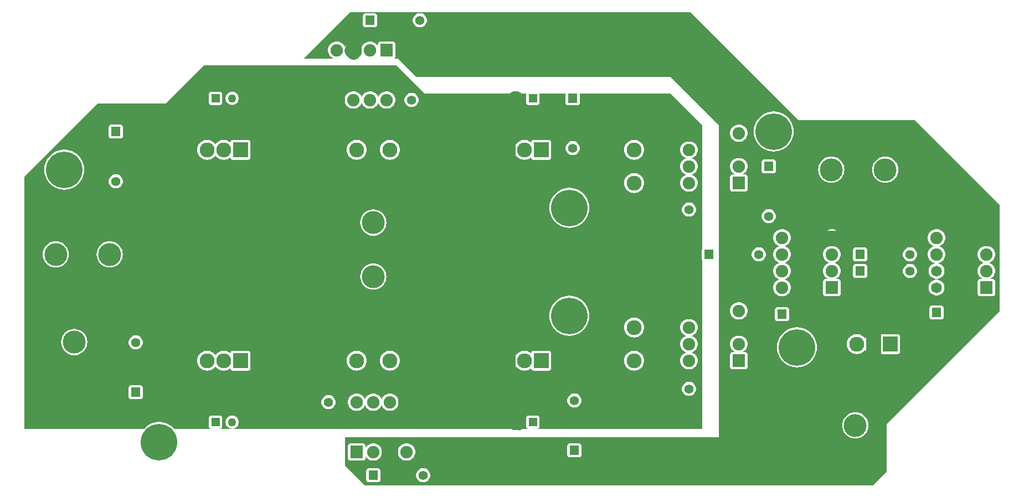
<source format=gbl>
G04 start of page 3 for group 1 idx 1 *
G04 Title: (unknown), ground *
G04 Creator: pcb 20110918 *
G04 CreationDate: Mon 14 Oct 2013 12:14:02 AM GMT UTC *
G04 For: tyrian *
G04 Format: Gerber/RS-274X *
G04 PCB-Dimensions: 800000 800000 *
G04 PCB-Coordinate-Origin: lower left *
%MOIN*%
%FSLAX25Y25*%
%LNBOTTOM*%
%ADD42C,0.0230*%
%ADD41C,0.0587*%
%ADD40C,0.0400*%
%ADD39C,0.0300*%
%ADD38C,0.0430*%
%ADD37C,0.1200*%
%ADD36C,0.2200*%
%ADD35C,0.0500*%
%ADD34C,0.0650*%
%ADD33C,0.1375*%
%ADD32C,0.0550*%
%ADD31C,0.0750*%
%ADD30C,0.0200*%
%ADD29C,0.0900*%
%ADD28C,0.0001*%
G54D28*G36*
X425993Y677007D02*X434000Y669000D01*
Y594581D01*
X433909Y594433D01*
X433819Y594215D01*
X433764Y593985D01*
X433750Y593750D01*
X433764Y588015D01*
X433819Y587785D01*
X433909Y587567D01*
X434000Y587419D01*
Y486000D01*
X425993D01*
Y505737D01*
X426000Y505737D01*
X426667Y505789D01*
X427317Y505946D01*
X427935Y506202D01*
X428506Y506551D01*
X429014Y506986D01*
X429449Y507494D01*
X429798Y508065D01*
X430054Y508683D01*
X430211Y509333D01*
X430250Y510000D01*
X430211Y510667D01*
X430054Y511317D01*
X429798Y511935D01*
X429449Y512506D01*
X429014Y513014D01*
X428506Y513449D01*
X427935Y513798D01*
X427317Y514054D01*
X426667Y514211D01*
X426000Y514263D01*
X425993Y514263D01*
Y521734D01*
X426000Y521734D01*
X426824Y521799D01*
X427627Y521992D01*
X428391Y522308D01*
X429095Y522740D01*
X429724Y523276D01*
X430260Y523905D01*
X430692Y524609D01*
X431008Y525373D01*
X431201Y526176D01*
X431250Y527000D01*
X431201Y527824D01*
X431008Y528627D01*
X430692Y529391D01*
X430260Y530095D01*
X429724Y530724D01*
X429095Y531260D01*
X428391Y531692D01*
X427648Y532000D01*
X428391Y532308D01*
X429095Y532740D01*
X429724Y533276D01*
X430260Y533905D01*
X430692Y534609D01*
X431008Y535373D01*
X431201Y536176D01*
X431250Y537000D01*
X431201Y537824D01*
X431008Y538627D01*
X430692Y539391D01*
X430260Y540095D01*
X429724Y540724D01*
X429095Y541260D01*
X428391Y541692D01*
X427648Y542000D01*
X428391Y542308D01*
X429095Y542740D01*
X429724Y543276D01*
X430260Y543905D01*
X430692Y544609D01*
X431008Y545373D01*
X431201Y546176D01*
X431250Y547000D01*
X431201Y547824D01*
X431008Y548627D01*
X430692Y549391D01*
X430260Y550095D01*
X429724Y550724D01*
X429095Y551260D01*
X428391Y551692D01*
X427648Y552000D01*
X428391Y552308D01*
X429095Y552740D01*
X429724Y553276D01*
X430260Y553905D01*
X430692Y554609D01*
X431008Y555373D01*
X431201Y556176D01*
X431250Y557000D01*
X431201Y557824D01*
X431008Y558627D01*
X430692Y559391D01*
X430260Y560095D01*
X429724Y560724D01*
X429095Y561260D01*
X428391Y561692D01*
X427627Y562008D01*
X426824Y562201D01*
X426000Y562266D01*
X425993Y562266D01*
Y613737D01*
X426000Y613737D01*
X426667Y613789D01*
X427317Y613946D01*
X427935Y614202D01*
X428506Y614551D01*
X429014Y614986D01*
X429449Y615494D01*
X429798Y616065D01*
X430054Y616683D01*
X430211Y617333D01*
X430250Y618000D01*
X430211Y618667D01*
X430054Y619317D01*
X429798Y619935D01*
X429449Y620506D01*
X429014Y621014D01*
X428506Y621449D01*
X427935Y621798D01*
X427317Y622054D01*
X426667Y622211D01*
X426000Y622263D01*
X425993Y622263D01*
Y628734D01*
X426000Y628734D01*
X426824Y628799D01*
X427627Y628992D01*
X428391Y629308D01*
X429095Y629740D01*
X429724Y630276D01*
X430260Y630905D01*
X430692Y631609D01*
X431008Y632373D01*
X431201Y633176D01*
X431250Y634000D01*
X431201Y634824D01*
X431008Y635627D01*
X430692Y636391D01*
X430260Y637095D01*
X429724Y637724D01*
X429095Y638260D01*
X428391Y638692D01*
X427648Y639000D01*
X428391Y639308D01*
X429095Y639740D01*
X429724Y640276D01*
X430260Y640905D01*
X430692Y641609D01*
X431008Y642373D01*
X431201Y643176D01*
X431250Y644000D01*
X431201Y644824D01*
X431008Y645627D01*
X430692Y646391D01*
X430260Y647095D01*
X429724Y647724D01*
X429095Y648260D01*
X428391Y648692D01*
X427648Y649000D01*
X428391Y649308D01*
X429095Y649740D01*
X429724Y650276D01*
X430260Y650905D01*
X430692Y651609D01*
X431008Y652373D01*
X431201Y653176D01*
X431250Y654000D01*
X431201Y654824D01*
X431008Y655627D01*
X430692Y656391D01*
X430260Y657095D01*
X429724Y657724D01*
X429095Y658260D01*
X428391Y658692D01*
X427648Y659000D01*
X428391Y659308D01*
X429095Y659740D01*
X429724Y660276D01*
X430260Y660905D01*
X430692Y661609D01*
X431008Y662373D01*
X431201Y663176D01*
X431250Y664000D01*
X431201Y664824D01*
X431008Y665627D01*
X430692Y666391D01*
X430260Y667095D01*
X429724Y667724D01*
X429095Y668260D01*
X428391Y668692D01*
X427627Y669008D01*
X426824Y669201D01*
X426000Y669266D01*
X425993Y669266D01*
Y677007D01*
G37*
G36*
X416000Y687000D02*X425993Y677007D01*
Y669266D01*
X425176Y669201D01*
X424373Y669008D01*
X423609Y668692D01*
X422905Y668260D01*
X422276Y667724D01*
X421740Y667095D01*
X421308Y666391D01*
X420992Y665627D01*
X420799Y664824D01*
X420734Y664000D01*
X420799Y663176D01*
X420992Y662373D01*
X421308Y661609D01*
X421740Y660905D01*
X422276Y660276D01*
X422905Y659740D01*
X423609Y659308D01*
X424352Y659000D01*
X423609Y658692D01*
X422905Y658260D01*
X422276Y657724D01*
X421740Y657095D01*
X421308Y656391D01*
X420992Y655627D01*
X420799Y654824D01*
X420734Y654000D01*
X420799Y653176D01*
X420992Y652373D01*
X421308Y651609D01*
X421740Y650905D01*
X422276Y650276D01*
X422905Y649740D01*
X423609Y649308D01*
X424352Y649000D01*
X423609Y648692D01*
X422905Y648260D01*
X422276Y647724D01*
X421740Y647095D01*
X421308Y646391D01*
X420992Y645627D01*
X420799Y644824D01*
X420734Y644000D01*
X420799Y643176D01*
X420992Y642373D01*
X421308Y641609D01*
X421740Y640905D01*
X422276Y640276D01*
X422905Y639740D01*
X423609Y639308D01*
X424352Y639000D01*
X423609Y638692D01*
X422905Y638260D01*
X422276Y637724D01*
X421740Y637095D01*
X421308Y636391D01*
X420992Y635627D01*
X420799Y634824D01*
X420734Y634000D01*
X420799Y633176D01*
X420992Y632373D01*
X421308Y631609D01*
X421740Y630905D01*
X422276Y630276D01*
X422905Y629740D01*
X423609Y629308D01*
X424373Y628992D01*
X425176Y628799D01*
X425993Y628734D01*
Y622263D01*
X425333Y622211D01*
X424683Y622054D01*
X424065Y621798D01*
X423494Y621449D01*
X422986Y621014D01*
X422551Y620506D01*
X422202Y619935D01*
X421946Y619317D01*
X421789Y618667D01*
X421737Y618000D01*
X421789Y617333D01*
X421946Y616683D01*
X422202Y616065D01*
X422551Y615494D01*
X422986Y614986D01*
X423494Y614551D01*
X424065Y614202D01*
X424683Y613946D01*
X425333Y613789D01*
X425993Y613737D01*
Y562266D01*
X425176Y562201D01*
X424373Y562008D01*
X423609Y561692D01*
X422905Y561260D01*
X422276Y560724D01*
X421740Y560095D01*
X421308Y559391D01*
X420992Y558627D01*
X420799Y557824D01*
X420734Y557000D01*
X420799Y556176D01*
X420992Y555373D01*
X421308Y554609D01*
X421740Y553905D01*
X422276Y553276D01*
X422905Y552740D01*
X423609Y552308D01*
X424352Y552000D01*
X423609Y551692D01*
X422905Y551260D01*
X422276Y550724D01*
X421740Y550095D01*
X421308Y549391D01*
X420992Y548627D01*
X420799Y547824D01*
X420734Y547000D01*
X420799Y546176D01*
X420992Y545373D01*
X421308Y544609D01*
X421740Y543905D01*
X422276Y543276D01*
X422905Y542740D01*
X423609Y542308D01*
X424352Y542000D01*
X423609Y541692D01*
X422905Y541260D01*
X422276Y540724D01*
X421740Y540095D01*
X421308Y539391D01*
X420992Y538627D01*
X420799Y537824D01*
X420734Y537000D01*
X420799Y536176D01*
X420992Y535373D01*
X421308Y534609D01*
X421740Y533905D01*
X422276Y533276D01*
X422905Y532740D01*
X423609Y532308D01*
X424352Y532000D01*
X423609Y531692D01*
X422905Y531260D01*
X422276Y530724D01*
X421740Y530095D01*
X421308Y529391D01*
X420992Y528627D01*
X420799Y527824D01*
X420734Y527000D01*
X420799Y526176D01*
X420992Y525373D01*
X421308Y524609D01*
X421740Y523905D01*
X422276Y523276D01*
X422905Y522740D01*
X423609Y522308D01*
X424373Y521992D01*
X425176Y521799D01*
X425993Y521734D01*
Y514263D01*
X425333Y514211D01*
X424683Y514054D01*
X424065Y513798D01*
X423494Y513449D01*
X422986Y513014D01*
X422551Y512506D01*
X422202Y511935D01*
X421946Y511317D01*
X421789Y510667D01*
X421737Y510000D01*
X421789Y509333D01*
X421946Y508683D01*
X422202Y508065D01*
X422551Y507494D01*
X422986Y506986D01*
X423494Y506551D01*
X424065Y506202D01*
X424683Y505946D01*
X425333Y505789D01*
X425993Y505737D01*
Y486000D01*
X416000D01*
Y505757D01*
X418985Y505764D01*
X419215Y505819D01*
X419433Y505909D01*
X419634Y506033D01*
X419814Y506186D01*
X419967Y506366D01*
X420091Y506567D01*
X420181Y506785D01*
X420236Y507015D01*
X420250Y507250D01*
X420236Y512985D01*
X420181Y513215D01*
X420091Y513433D01*
X419967Y513634D01*
X419814Y513814D01*
X419634Y513967D01*
X419433Y514091D01*
X419215Y514181D01*
X418985Y514236D01*
X418750Y514250D01*
X416000Y514243D01*
Y613757D01*
X418985Y613764D01*
X419215Y613819D01*
X419433Y613909D01*
X419634Y614033D01*
X419814Y614186D01*
X419967Y614366D01*
X420091Y614567D01*
X420181Y614785D01*
X420236Y615015D01*
X420250Y615250D01*
X420236Y620985D01*
X420181Y621215D01*
X420091Y621433D01*
X419967Y621634D01*
X419814Y621814D01*
X419634Y621967D01*
X419433Y622091D01*
X419215Y622181D01*
X418985Y622236D01*
X418750Y622250D01*
X416000Y622243D01*
Y687000D01*
G37*
G36*
X392991Y688000D02*X415000D01*
X416000Y687000D01*
Y622243D01*
X413015Y622236D01*
X412785Y622181D01*
X412567Y622091D01*
X412366Y621967D01*
X412186Y621814D01*
X412033Y621634D01*
X411909Y621433D01*
X411819Y621215D01*
X411764Y620985D01*
X411750Y620750D01*
X411764Y615015D01*
X411819Y614785D01*
X411909Y614567D01*
X412033Y614366D01*
X412186Y614186D01*
X412366Y614033D01*
X412567Y613909D01*
X412785Y613819D01*
X413015Y613764D01*
X413250Y613750D01*
X416000Y613757D01*
Y514243D01*
X413015Y514236D01*
X412785Y514181D01*
X412567Y514091D01*
X412366Y513967D01*
X412186Y513814D01*
X412033Y513634D01*
X411909Y513433D01*
X411819Y513215D01*
X411764Y512985D01*
X411750Y512750D01*
X411764Y507015D01*
X411819Y506785D01*
X411909Y506567D01*
X412033Y506366D01*
X412186Y506186D01*
X412366Y506033D01*
X412567Y505909D01*
X412785Y505819D01*
X413015Y505764D01*
X413250Y505750D01*
X416000Y505757D01*
Y486000D01*
X392991D01*
Y520982D01*
X393000Y520981D01*
X393942Y521056D01*
X394860Y521276D01*
X395732Y521637D01*
X396538Y522131D01*
X397256Y522744D01*
X397869Y523462D01*
X398363Y524268D01*
X398724Y525140D01*
X398944Y526058D01*
X399000Y527000D01*
X398944Y527942D01*
X398724Y528860D01*
X398363Y529732D01*
X397869Y530538D01*
X397256Y531256D01*
X396538Y531869D01*
X395732Y532363D01*
X394860Y532724D01*
X393942Y532944D01*
X393000Y533019D01*
X392991Y533018D01*
Y540982D01*
X393000Y540981D01*
X393942Y541056D01*
X394860Y541276D01*
X395732Y541637D01*
X396538Y542131D01*
X397256Y542744D01*
X397869Y543462D01*
X398363Y544268D01*
X398724Y545140D01*
X398944Y546058D01*
X399000Y547000D01*
X398944Y547942D01*
X398724Y548860D01*
X398363Y549732D01*
X397869Y550538D01*
X397256Y551256D01*
X396538Y551869D01*
X395732Y552363D01*
X394860Y552724D01*
X393942Y552944D01*
X393000Y553019D01*
X392991Y553018D01*
Y627982D01*
X393000Y627981D01*
X393942Y628056D01*
X394860Y628276D01*
X395732Y628637D01*
X396538Y629131D01*
X397256Y629744D01*
X397869Y630462D01*
X398363Y631268D01*
X398724Y632140D01*
X398944Y633058D01*
X399000Y634000D01*
X398944Y634942D01*
X398724Y635860D01*
X398363Y636732D01*
X397869Y637538D01*
X397256Y638256D01*
X396538Y638869D01*
X395732Y639363D01*
X394860Y639724D01*
X393942Y639944D01*
X393000Y640019D01*
X392991Y640018D01*
Y647982D01*
X393000Y647981D01*
X393942Y648056D01*
X394860Y648276D01*
X395732Y648637D01*
X396538Y649131D01*
X397256Y649744D01*
X397869Y650462D01*
X398363Y651268D01*
X398724Y652140D01*
X398944Y653058D01*
X399000Y654000D01*
X398944Y654942D01*
X398724Y655860D01*
X398363Y656732D01*
X397869Y657538D01*
X397256Y658256D01*
X396538Y658869D01*
X395732Y659363D01*
X394860Y659724D01*
X393942Y659944D01*
X393000Y660019D01*
X392991Y660018D01*
Y688000D01*
G37*
G36*
X353981Y680752D02*X358985Y680764D01*
X359215Y680819D01*
X359433Y680909D01*
X359634Y681033D01*
X359814Y681186D01*
X359967Y681366D01*
X360091Y681567D01*
X360181Y681785D01*
X360236Y682015D01*
X360250Y682250D01*
X360236Y687985D01*
X360233Y688000D01*
X392991D01*
Y660018D01*
X392058Y659944D01*
X391140Y659724D01*
X390268Y659363D01*
X389462Y658869D01*
X388744Y658256D01*
X388131Y657538D01*
X387637Y656732D01*
X387276Y655860D01*
X387056Y654942D01*
X386981Y654000D01*
X387056Y653058D01*
X387276Y652140D01*
X387637Y651268D01*
X388131Y650462D01*
X388744Y649744D01*
X389462Y649131D01*
X390268Y648637D01*
X391140Y648276D01*
X392058Y648056D01*
X392991Y647982D01*
Y640018D01*
X392058Y639944D01*
X391140Y639724D01*
X390268Y639363D01*
X389462Y638869D01*
X388744Y638256D01*
X388131Y637538D01*
X387637Y636732D01*
X387276Y635860D01*
X387056Y634942D01*
X386981Y634000D01*
X387056Y633058D01*
X387276Y632140D01*
X387637Y631268D01*
X388131Y630462D01*
X388744Y629744D01*
X389462Y629131D01*
X390268Y628637D01*
X391140Y628276D01*
X392058Y628056D01*
X392991Y627982D01*
Y553018D01*
X392058Y552944D01*
X391140Y552724D01*
X390268Y552363D01*
X389462Y551869D01*
X388744Y551256D01*
X388131Y550538D01*
X387637Y549732D01*
X387276Y548860D01*
X387056Y547942D01*
X386981Y547000D01*
X387056Y546058D01*
X387276Y545140D01*
X387637Y544268D01*
X388131Y543462D01*
X388744Y542744D01*
X389462Y542131D01*
X390268Y541637D01*
X391140Y541276D01*
X392058Y541056D01*
X392991Y540982D01*
Y533018D01*
X392058Y532944D01*
X391140Y532724D01*
X390268Y532363D01*
X389462Y531869D01*
X388744Y531256D01*
X388131Y530538D01*
X387637Y529732D01*
X387276Y528860D01*
X387056Y527942D01*
X386981Y527000D01*
X387056Y526058D01*
X387276Y525140D01*
X387637Y524268D01*
X388131Y523462D01*
X388744Y522744D01*
X389462Y522131D01*
X390268Y521637D01*
X391140Y521276D01*
X392058Y521056D01*
X392991Y520982D01*
Y486000D01*
X353981D01*
Y499990D01*
X353986Y499986D01*
X354494Y499551D01*
X355065Y499202D01*
X355683Y498946D01*
X356333Y498789D01*
X357000Y498737D01*
X357667Y498789D01*
X358317Y498946D01*
X358935Y499202D01*
X359506Y499551D01*
X360014Y499986D01*
X360449Y500494D01*
X360798Y501065D01*
X361054Y501683D01*
X361211Y502333D01*
X361250Y503000D01*
X361211Y503667D01*
X361054Y504317D01*
X360798Y504935D01*
X360449Y505506D01*
X360014Y506014D01*
X359506Y506449D01*
X358935Y506798D01*
X358317Y507054D01*
X357667Y507211D01*
X357000Y507263D01*
X356333Y507211D01*
X355683Y507054D01*
X355065Y506798D01*
X354494Y506449D01*
X353986Y506014D01*
X353981Y506010D01*
Y541964D01*
X354000Y541963D01*
X355883Y542111D01*
X357720Y542552D01*
X359465Y543275D01*
X361075Y544262D01*
X362511Y545489D01*
X363738Y546925D01*
X364725Y548535D01*
X365448Y550280D01*
X365889Y552117D01*
X366000Y554000D01*
X365889Y555883D01*
X365448Y557720D01*
X364725Y559465D01*
X363738Y561075D01*
X362511Y562511D01*
X361075Y563738D01*
X359465Y564725D01*
X357720Y565448D01*
X355883Y565889D01*
X354000Y566037D01*
X353981Y566036D01*
Y606964D01*
X354000Y606963D01*
X355883Y607111D01*
X357720Y607552D01*
X359465Y608275D01*
X361075Y609262D01*
X362511Y610489D01*
X363738Y611925D01*
X364725Y613535D01*
X365448Y615280D01*
X365889Y617117D01*
X366000Y619000D01*
X365889Y620883D01*
X365448Y622720D01*
X364725Y624465D01*
X363738Y626075D01*
X362511Y627511D01*
X361075Y628738D01*
X359465Y629725D01*
X357720Y630448D01*
X355883Y630889D01*
X354000Y631037D01*
X353981Y631036D01*
Y651252D01*
X354065Y651202D01*
X354683Y650946D01*
X355333Y650789D01*
X356000Y650737D01*
X356667Y650789D01*
X357317Y650946D01*
X357935Y651202D01*
X358506Y651551D01*
X359014Y651986D01*
X359449Y652494D01*
X359798Y653065D01*
X360054Y653683D01*
X360211Y654333D01*
X360250Y655000D01*
X360211Y655667D01*
X360054Y656317D01*
X359798Y656935D01*
X359449Y657506D01*
X359014Y658014D01*
X358506Y658449D01*
X357935Y658798D01*
X357317Y659054D01*
X356667Y659211D01*
X356000Y659263D01*
X355333Y659211D01*
X354683Y659054D01*
X354065Y658798D01*
X353981Y658748D01*
Y680752D01*
G37*
G36*
X326991Y688000D02*X328084D01*
X328069Y687965D01*
X328014Y687735D01*
X328000Y687500D01*
X328014Y682265D01*
X328069Y682035D01*
X328159Y681817D01*
X328283Y681616D01*
X328436Y681436D01*
X328616Y681283D01*
X328817Y681159D01*
X329035Y681069D01*
X329265Y681014D01*
X329500Y681000D01*
X334735Y681014D01*
X334965Y681069D01*
X335183Y681159D01*
X335384Y681283D01*
X335564Y681436D01*
X335717Y681616D01*
X335841Y681817D01*
X335931Y682035D01*
X335986Y682265D01*
X336000Y682500D01*
X335986Y687735D01*
X335931Y687965D01*
X335916Y688000D01*
X351767D01*
X351764Y687985D01*
X351750Y687750D01*
X351764Y682015D01*
X351819Y681785D01*
X351909Y681567D01*
X352033Y681366D01*
X352186Y681186D01*
X352366Y681033D01*
X352567Y680909D01*
X352785Y680819D01*
X353015Y680764D01*
X353250Y680750D01*
X353981Y680752D01*
Y658748D01*
X353494Y658449D01*
X352986Y658014D01*
X352551Y657506D01*
X352202Y656935D01*
X351946Y656317D01*
X351789Y655667D01*
X351737Y655000D01*
X351789Y654333D01*
X351946Y653683D01*
X352202Y653065D01*
X352551Y652494D01*
X352986Y651986D01*
X353494Y651551D01*
X353981Y651252D01*
Y631036D01*
X352117Y630889D01*
X350280Y630448D01*
X348535Y629725D01*
X346925Y628738D01*
X345489Y627511D01*
X344262Y626075D01*
X343275Y624465D01*
X342552Y622720D01*
X342111Y620883D01*
X341963Y619000D01*
X342111Y617117D01*
X342552Y615280D01*
X343275Y613535D01*
X344262Y611925D01*
X345489Y610489D01*
X346925Y609262D01*
X348535Y608275D01*
X350280Y607552D01*
X352117Y607111D01*
X353981Y606964D01*
Y566036D01*
X352117Y565889D01*
X350280Y565448D01*
X348535Y564725D01*
X346925Y563738D01*
X345489Y562511D01*
X344262Y561075D01*
X343275Y559465D01*
X342552Y557720D01*
X342111Y555883D01*
X341963Y554000D01*
X342111Y552117D01*
X342552Y550280D01*
X343275Y548535D01*
X344262Y546925D01*
X345489Y545489D01*
X346925Y544262D01*
X348535Y543275D01*
X350280Y542552D01*
X352117Y542111D01*
X353981Y541964D01*
Y506010D01*
X353551Y505506D01*
X353202Y504935D01*
X352946Y504317D01*
X352789Y503667D01*
X352737Y503000D01*
X352789Y502333D01*
X352946Y501683D01*
X353202Y501065D01*
X353551Y500494D01*
X353981Y499990D01*
Y486000D01*
X329500D01*
X334735Y486014D01*
X334965Y486069D01*
X335183Y486159D01*
X335384Y486283D01*
X335564Y486436D01*
X335717Y486616D01*
X335841Y486817D01*
X335931Y487035D01*
X335986Y487265D01*
X336000Y487500D01*
X335986Y492735D01*
X335931Y492965D01*
X335841Y493183D01*
X335717Y493384D01*
X335564Y493564D01*
X335384Y493717D01*
X335183Y493841D01*
X334965Y493931D01*
X334735Y493986D01*
X334500Y494000D01*
X329265Y493986D01*
X329035Y493931D01*
X328817Y493841D01*
X328616Y493717D01*
X328436Y493564D01*
X328283Y493384D01*
X328159Y493183D01*
X328069Y492965D01*
X328014Y492735D01*
X328000Y492500D01*
X328014Y487265D01*
X328069Y487035D01*
X328159Y486817D01*
X328283Y486616D01*
X328436Y486436D01*
X328616Y486283D01*
X328817Y486159D01*
X329035Y486069D01*
X329265Y486014D01*
X329500Y486000D01*
X326991D01*
Y520982D01*
X327000Y520981D01*
X327942Y521056D01*
X328860Y521276D01*
X329732Y521637D01*
X330538Y522131D01*
X331013Y522537D01*
X331014Y522265D01*
X331069Y522035D01*
X331159Y521817D01*
X331283Y521616D01*
X331436Y521436D01*
X331616Y521283D01*
X331817Y521159D01*
X332035Y521069D01*
X332265Y521014D01*
X332500Y521000D01*
X341735Y521014D01*
X341965Y521069D01*
X342183Y521159D01*
X342384Y521283D01*
X342564Y521436D01*
X342717Y521616D01*
X342841Y521817D01*
X342931Y522035D01*
X342986Y522265D01*
X343000Y522500D01*
X342986Y531735D01*
X342931Y531965D01*
X342841Y532183D01*
X342717Y532384D01*
X342564Y532564D01*
X342384Y532717D01*
X342183Y532841D01*
X341965Y532931D01*
X341735Y532986D01*
X341500Y533000D01*
X332265Y532986D01*
X332035Y532931D01*
X331817Y532841D01*
X331616Y532717D01*
X331436Y532564D01*
X331283Y532384D01*
X331159Y532183D01*
X331069Y531965D01*
X331014Y531735D01*
X331000Y531500D01*
X331000Y531474D01*
X330538Y531869D01*
X329732Y532363D01*
X328860Y532724D01*
X327942Y532944D01*
X327000Y533019D01*
X326991Y533018D01*
Y647982D01*
X327000Y647981D01*
X327942Y648056D01*
X328860Y648276D01*
X329732Y648637D01*
X330538Y649131D01*
X331013Y649537D01*
X331014Y649265D01*
X331069Y649035D01*
X331159Y648817D01*
X331283Y648616D01*
X331436Y648436D01*
X331616Y648283D01*
X331817Y648159D01*
X332035Y648069D01*
X332265Y648014D01*
X332500Y648000D01*
X341735Y648014D01*
X341965Y648069D01*
X342183Y648159D01*
X342384Y648283D01*
X342564Y648436D01*
X342717Y648616D01*
X342841Y648817D01*
X342931Y649035D01*
X342986Y649265D01*
X343000Y649500D01*
X342986Y658735D01*
X342931Y658965D01*
X342841Y659183D01*
X342717Y659384D01*
X342564Y659564D01*
X342384Y659717D01*
X342183Y659841D01*
X341965Y659931D01*
X341735Y659986D01*
X341500Y660000D01*
X332265Y659986D01*
X332035Y659931D01*
X331817Y659841D01*
X331616Y659717D01*
X331436Y659564D01*
X331283Y659384D01*
X331159Y659183D01*
X331069Y658965D01*
X331014Y658735D01*
X331000Y658500D01*
X331000Y658474D01*
X330538Y658869D01*
X329732Y659363D01*
X328860Y659724D01*
X327942Y659944D01*
X327000Y660019D01*
X326991Y660018D01*
Y688000D01*
G37*
G36*
X259000Y696000D02*X267000Y688000D01*
X319354D01*
X319163Y687837D01*
X318754Y687358D01*
X318425Y686822D01*
X318184Y686240D01*
X318037Y685628D01*
X317988Y685000D01*
X318037Y684372D01*
X318184Y683760D01*
X318425Y683178D01*
X318754Y682642D01*
X319163Y682163D01*
X319642Y681754D01*
X320178Y681425D01*
X320760Y681184D01*
X321372Y681037D01*
X322000Y680988D01*
X322628Y681037D01*
X323240Y681184D01*
X323822Y681425D01*
X324358Y681754D01*
X324837Y682163D01*
X325246Y682642D01*
X325575Y683178D01*
X325816Y683760D01*
X325963Y684372D01*
X326000Y685000D01*
X325963Y685628D01*
X325816Y686240D01*
X325575Y686822D01*
X325246Y687358D01*
X324837Y687837D01*
X324646Y688000D01*
X326991D01*
Y660018D01*
X326058Y659944D01*
X325140Y659724D01*
X324268Y659363D01*
X323462Y658869D01*
X322744Y658256D01*
X322131Y657538D01*
X322000Y657324D01*
X321869Y657538D01*
X321256Y658256D01*
X320538Y658869D01*
X319732Y659363D01*
X318860Y659724D01*
X317942Y659944D01*
X317000Y660019D01*
X316058Y659944D01*
X315140Y659724D01*
X314268Y659363D01*
X313462Y658869D01*
X312744Y658256D01*
X312131Y657538D01*
X311637Y656732D01*
X311276Y655860D01*
X311056Y654942D01*
X310981Y654000D01*
X311056Y653058D01*
X311276Y652140D01*
X311637Y651268D01*
X312131Y650462D01*
X312744Y649744D01*
X313462Y649131D01*
X314268Y648637D01*
X315140Y648276D01*
X316058Y648056D01*
X317000Y647981D01*
X317942Y648056D01*
X318860Y648276D01*
X319732Y648637D01*
X320538Y649131D01*
X321256Y649744D01*
X321869Y650462D01*
X322000Y650676D01*
X322131Y650462D01*
X322744Y649744D01*
X323462Y649131D01*
X324268Y648637D01*
X325140Y648276D01*
X326058Y648056D01*
X326991Y647982D01*
Y533018D01*
X326058Y532944D01*
X325140Y532724D01*
X324268Y532363D01*
X323462Y531869D01*
X322744Y531256D01*
X322131Y530538D01*
X322000Y530324D01*
X321869Y530538D01*
X321256Y531256D01*
X320538Y531869D01*
X319732Y532363D01*
X318860Y532724D01*
X317942Y532944D01*
X317000Y533019D01*
X316058Y532944D01*
X315140Y532724D01*
X314268Y532363D01*
X313462Y531869D01*
X312744Y531256D01*
X312131Y530538D01*
X311637Y529732D01*
X311276Y528860D01*
X311056Y527942D01*
X310981Y527000D01*
X311056Y526058D01*
X311276Y525140D01*
X311637Y524268D01*
X312131Y523462D01*
X312744Y522744D01*
X313462Y522131D01*
X314268Y521637D01*
X315140Y521276D01*
X316058Y521056D01*
X317000Y520981D01*
X317942Y521056D01*
X318860Y521276D01*
X319732Y521637D01*
X320538Y522131D01*
X321256Y522744D01*
X321869Y523462D01*
X322000Y523676D01*
X322131Y523462D01*
X322744Y522744D01*
X323462Y522131D01*
X324268Y521637D01*
X325140Y521276D01*
X326058Y521056D01*
X326991Y520982D01*
Y486000D01*
X322157D01*
X322628Y486037D01*
X323240Y486184D01*
X323822Y486425D01*
X324358Y486754D01*
X324837Y487163D01*
X325246Y487642D01*
X325575Y488178D01*
X325816Y488760D01*
X325963Y489372D01*
X326000Y490000D01*
X325963Y490628D01*
X325816Y491240D01*
X325575Y491822D01*
X325246Y492358D01*
X324837Y492837D01*
X324358Y493246D01*
X323822Y493575D01*
X323240Y493816D01*
X322628Y493963D01*
X322000Y494012D01*
X321372Y493963D01*
X320760Y493816D01*
X320178Y493575D01*
X319642Y493246D01*
X319163Y492837D01*
X318754Y492358D01*
X318425Y491822D01*
X318184Y491240D01*
X318037Y490628D01*
X317988Y490000D01*
X318037Y489372D01*
X318184Y488760D01*
X318425Y488178D01*
X318754Y487642D01*
X319163Y487163D01*
X319642Y486754D01*
X320178Y486425D01*
X320760Y486184D01*
X321372Y486037D01*
X321843Y486000D01*
X259000D01*
Y497681D01*
X259095Y497740D01*
X259724Y498276D01*
X260260Y498905D01*
X260692Y499609D01*
X261008Y500373D01*
X261201Y501176D01*
X261250Y502000D01*
X261201Y502824D01*
X261008Y503627D01*
X260692Y504391D01*
X260260Y505095D01*
X259724Y505724D01*
X259095Y506260D01*
X259000Y506319D01*
Y669757D01*
X261985Y669764D01*
X262215Y669819D01*
X262433Y669909D01*
X262634Y670033D01*
X262814Y670186D01*
X262967Y670366D01*
X263091Y670567D01*
X263181Y670785D01*
X263236Y671015D01*
X263250Y671250D01*
X263236Y676985D01*
X263181Y677215D01*
X263091Y677433D01*
X262967Y677634D01*
X262814Y677814D01*
X262634Y677967D01*
X262433Y678091D01*
X262215Y678181D01*
X261985Y678236D01*
X261750Y678250D01*
X259000Y678243D01*
Y679737D01*
X259667Y679789D01*
X260317Y679946D01*
X260935Y680202D01*
X261506Y680551D01*
X262014Y680986D01*
X262449Y681494D01*
X262798Y682065D01*
X263054Y682683D01*
X263211Y683333D01*
X263250Y684000D01*
X263211Y684667D01*
X263054Y685317D01*
X262798Y685935D01*
X262449Y686506D01*
X262014Y687014D01*
X261506Y687449D01*
X260935Y687798D01*
X260317Y688054D01*
X259667Y688211D01*
X259000Y688263D01*
Y696000D01*
G37*
G36*
Y486000D02*X245991D01*
Y496735D01*
X246000Y496734D01*
X246824Y496799D01*
X247627Y496992D01*
X248391Y497308D01*
X249095Y497740D01*
X249724Y498276D01*
X250260Y498905D01*
X250692Y499609D01*
X251000Y500352D01*
X251308Y499609D01*
X251740Y498905D01*
X252276Y498276D01*
X252905Y497740D01*
X253609Y497308D01*
X254373Y496992D01*
X255176Y496799D01*
X256000Y496734D01*
X256824Y496799D01*
X257627Y496992D01*
X258391Y497308D01*
X259000Y497681D01*
Y486000D01*
G37*
G36*
X245991Y705000D02*X250000D01*
X259000Y696000D01*
Y688263D01*
X258333Y688211D01*
X257683Y688054D01*
X257065Y687798D01*
X256494Y687449D01*
X255986Y687014D01*
X255551Y686506D01*
X255202Y685935D01*
X254946Y685317D01*
X254789Y684667D01*
X254737Y684000D01*
X254789Y683333D01*
X254946Y682683D01*
X255202Y682065D01*
X255551Y681494D01*
X255986Y680986D01*
X256494Y680551D01*
X257065Y680202D01*
X257683Y679946D01*
X258333Y679789D01*
X259000Y679737D01*
Y678243D01*
X256015Y678236D01*
X255785Y678181D01*
X255567Y678091D01*
X255366Y677967D01*
X255186Y677814D01*
X255033Y677634D01*
X254909Y677433D01*
X254819Y677215D01*
X254764Y676985D01*
X254750Y676750D01*
X254764Y671015D01*
X254819Y670785D01*
X254909Y670567D01*
X255033Y670366D01*
X255186Y670186D01*
X255366Y670033D01*
X255567Y669909D01*
X255785Y669819D01*
X256015Y669764D01*
X256250Y669750D01*
X259000Y669757D01*
Y506319D01*
X258391Y506692D01*
X257627Y507008D01*
X256824Y507201D01*
X256000Y507266D01*
X255176Y507201D01*
X254373Y507008D01*
X253609Y506692D01*
X252905Y506260D01*
X252276Y505724D01*
X251740Y505095D01*
X251308Y504391D01*
X251000Y503648D01*
X250692Y504391D01*
X250260Y505095D01*
X249724Y505724D01*
X249095Y506260D01*
X248391Y506692D01*
X247627Y507008D01*
X246824Y507201D01*
X246000Y507266D01*
X245991Y507265D01*
Y520982D01*
X246000Y520981D01*
X246942Y521056D01*
X247860Y521276D01*
X248732Y521637D01*
X249538Y522131D01*
X250256Y522744D01*
X250869Y523462D01*
X251363Y524268D01*
X251724Y525140D01*
X251944Y526058D01*
X252000Y527000D01*
X251944Y527942D01*
X251724Y528860D01*
X251363Y529732D01*
X250869Y530538D01*
X250256Y531256D01*
X249538Y531869D01*
X248732Y532363D01*
X247860Y532724D01*
X246942Y532944D01*
X246000Y533019D01*
X245991Y533018D01*
Y647982D01*
X246000Y647981D01*
X246942Y648056D01*
X247860Y648276D01*
X248732Y648637D01*
X249538Y649131D01*
X250256Y649744D01*
X250869Y650462D01*
X251363Y651268D01*
X251724Y652140D01*
X251944Y653058D01*
X252000Y654000D01*
X251944Y654942D01*
X251724Y655860D01*
X251363Y656732D01*
X250869Y657538D01*
X250256Y658256D01*
X249538Y658869D01*
X248732Y659363D01*
X247860Y659724D01*
X246942Y659944D01*
X246000Y660019D01*
X245991Y660018D01*
Y679142D01*
X246391Y679308D01*
X247095Y679740D01*
X247724Y680276D01*
X248260Y680905D01*
X248692Y681609D01*
X249008Y682373D01*
X249201Y683176D01*
X249250Y684000D01*
X249201Y684824D01*
X249008Y685627D01*
X248692Y686391D01*
X248260Y687095D01*
X247724Y687724D01*
X247095Y688260D01*
X246391Y688692D01*
X245991Y688858D01*
Y705000D01*
G37*
G36*
Y507265D02*X245176Y507201D01*
X244373Y507008D01*
X243609Y506692D01*
X242905Y506260D01*
X242276Y505724D01*
X241740Y505095D01*
X241308Y504391D01*
X241000Y503648D01*
X240692Y504391D01*
X240260Y505095D01*
X239724Y505724D01*
X239095Y506260D01*
X238391Y506692D01*
X237627Y507008D01*
X236824Y507201D01*
X236000Y507266D01*
X235988Y507265D01*
Y569764D01*
X236000Y569763D01*
X237236Y569860D01*
X238441Y570149D01*
X239586Y570624D01*
X240642Y571271D01*
X241585Y572076D01*
X242390Y573019D01*
X243037Y574075D01*
X243512Y575220D01*
X243801Y576425D01*
X243874Y577661D01*
X243801Y578897D01*
X243512Y580102D01*
X243037Y581247D01*
X242390Y582303D01*
X241585Y583246D01*
X240642Y584051D01*
X239586Y584698D01*
X238441Y585173D01*
X237236Y585462D01*
X236000Y585559D01*
X235988Y585558D01*
Y602245D01*
X236000Y602244D01*
X237236Y602341D01*
X238441Y602630D01*
X239586Y603105D01*
X240642Y603752D01*
X241585Y604557D01*
X242390Y605500D01*
X243037Y606556D01*
X243512Y607701D01*
X243801Y608906D01*
X243874Y610142D01*
X243801Y611378D01*
X243512Y612583D01*
X243037Y613728D01*
X242390Y614784D01*
X241585Y615727D01*
X240642Y616532D01*
X239586Y617179D01*
X238441Y617654D01*
X237236Y617943D01*
X236000Y618040D01*
X235988Y618039D01*
Y679141D01*
X236391Y679308D01*
X237095Y679740D01*
X237724Y680276D01*
X238260Y680905D01*
X238692Y681609D01*
X239000Y682352D01*
X239308Y681609D01*
X239740Y680905D01*
X240276Y680276D01*
X240905Y679740D01*
X241609Y679308D01*
X242373Y678992D01*
X243176Y678799D01*
X244000Y678734D01*
X244824Y678799D01*
X245627Y678992D01*
X245991Y679142D01*
Y660018D01*
X245058Y659944D01*
X244140Y659724D01*
X243268Y659363D01*
X242462Y658869D01*
X241744Y658256D01*
X241131Y657538D01*
X240637Y656732D01*
X240276Y655860D01*
X240056Y654942D01*
X239981Y654000D01*
X240056Y653058D01*
X240276Y652140D01*
X240637Y651268D01*
X241131Y650462D01*
X241744Y649744D01*
X242462Y649131D01*
X243268Y648637D01*
X244140Y648276D01*
X245058Y648056D01*
X245991Y647982D01*
Y533018D01*
X245058Y532944D01*
X244140Y532724D01*
X243268Y532363D01*
X242462Y531869D01*
X241744Y531256D01*
X241131Y530538D01*
X240637Y529732D01*
X240276Y528860D01*
X240056Y527942D01*
X239981Y527000D01*
X240056Y526058D01*
X240276Y525140D01*
X240637Y524268D01*
X241131Y523462D01*
X241744Y522744D01*
X242462Y522131D01*
X243268Y521637D01*
X244140Y521276D01*
X245058Y521056D01*
X245991Y520982D01*
Y507265D01*
G37*
G36*
X235988Y507265D02*X235176Y507201D01*
X234373Y507008D01*
X233609Y506692D01*
X232905Y506260D01*
X232276Y505724D01*
X231740Y505095D01*
X231308Y504391D01*
X231000Y503648D01*
X230692Y504391D01*
X230260Y505095D01*
X229724Y505724D01*
X229095Y506260D01*
X228391Y506692D01*
X227627Y507008D01*
X226824Y507201D01*
X226000Y507266D01*
X225991Y507265D01*
Y520982D01*
X226000Y520981D01*
X226942Y521056D01*
X227860Y521276D01*
X228732Y521637D01*
X229538Y522131D01*
X230256Y522744D01*
X230869Y523462D01*
X231363Y524268D01*
X231724Y525140D01*
X231944Y526058D01*
X232000Y527000D01*
X231944Y527942D01*
X231724Y528860D01*
X231363Y529732D01*
X230869Y530538D01*
X230256Y531256D01*
X229538Y531869D01*
X228732Y532363D01*
X227860Y532724D01*
X226942Y532944D01*
X226000Y533019D01*
X225991Y533018D01*
Y647982D01*
X226000Y647981D01*
X226942Y648056D01*
X227860Y648276D01*
X228732Y648637D01*
X229538Y649131D01*
X230256Y649744D01*
X230869Y650462D01*
X231363Y651268D01*
X231724Y652140D01*
X231944Y653058D01*
X232000Y654000D01*
X231944Y654942D01*
X231724Y655860D01*
X231363Y656732D01*
X230869Y657538D01*
X230256Y658256D01*
X229538Y658869D01*
X228732Y659363D01*
X227860Y659724D01*
X226942Y659944D01*
X226000Y660019D01*
X225991Y660018D01*
Y679142D01*
X226391Y679308D01*
X227095Y679740D01*
X227724Y680276D01*
X228260Y680905D01*
X228692Y681609D01*
X229000Y682352D01*
X229308Y681609D01*
X229740Y680905D01*
X230276Y680276D01*
X230905Y679740D01*
X231609Y679308D01*
X232373Y678992D01*
X233176Y678799D01*
X234000Y678734D01*
X234824Y678799D01*
X235627Y678992D01*
X235988Y679141D01*
Y618039D01*
X234764Y617943D01*
X233559Y617654D01*
X232414Y617179D01*
X231358Y616532D01*
X230415Y615727D01*
X229610Y614784D01*
X228963Y613728D01*
X228488Y612583D01*
X228199Y611378D01*
X228102Y610142D01*
X228199Y608906D01*
X228488Y607701D01*
X228963Y606556D01*
X229610Y605500D01*
X230415Y604557D01*
X231358Y603752D01*
X232414Y603105D01*
X233559Y602630D01*
X234764Y602341D01*
X235988Y602245D01*
Y585558D01*
X234764Y585462D01*
X233559Y585173D01*
X232414Y584698D01*
X231358Y584051D01*
X230415Y583246D01*
X229610Y582303D01*
X228963Y581247D01*
X228488Y580102D01*
X228199Y578897D01*
X228102Y577661D01*
X228199Y576425D01*
X228488Y575220D01*
X228963Y574075D01*
X229610Y573019D01*
X230415Y572076D01*
X231358Y571271D01*
X232414Y570624D01*
X233559Y570149D01*
X234764Y569860D01*
X235988Y569764D01*
Y507265D01*
G37*
G36*
X245991Y486000D02*X225991D01*
Y496735D01*
X226000Y496734D01*
X226824Y496799D01*
X227627Y496992D01*
X228391Y497308D01*
X229095Y497740D01*
X229724Y498276D01*
X230260Y498905D01*
X230692Y499609D01*
X231000Y500352D01*
X231308Y499609D01*
X231740Y498905D01*
X232276Y498276D01*
X232905Y497740D01*
X233609Y497308D01*
X234373Y496992D01*
X235176Y496799D01*
X236000Y496734D01*
X236824Y496799D01*
X237627Y496992D01*
X238391Y497308D01*
X239095Y497740D01*
X239724Y498276D01*
X240260Y498905D01*
X240692Y499609D01*
X241000Y500352D01*
X241308Y499609D01*
X241740Y498905D01*
X242276Y498276D01*
X242905Y497740D01*
X243609Y497308D01*
X244373Y496992D01*
X245176Y496799D01*
X245991Y496735D01*
Y486000D01*
G37*
G36*
X225991Y705000D02*X245991D01*
Y688858D01*
X245627Y689008D01*
X244824Y689201D01*
X244000Y689266D01*
X243176Y689201D01*
X242373Y689008D01*
X241609Y688692D01*
X240905Y688260D01*
X240276Y687724D01*
X239740Y687095D01*
X239308Y686391D01*
X239000Y685648D01*
X238692Y686391D01*
X238260Y687095D01*
X237724Y687724D01*
X237095Y688260D01*
X236391Y688692D01*
X235627Y689008D01*
X234824Y689201D01*
X234000Y689266D01*
X233176Y689201D01*
X232373Y689008D01*
X231609Y688692D01*
X230905Y688260D01*
X230276Y687724D01*
X229740Y687095D01*
X229308Y686391D01*
X229000Y685648D01*
X228692Y686391D01*
X228260Y687095D01*
X227724Y687724D01*
X227095Y688260D01*
X226391Y688692D01*
X225991Y688858D01*
Y705000D01*
G37*
G36*
X209000Y682352D02*X209308Y681609D01*
X209740Y680905D01*
X210276Y680276D01*
X210905Y679740D01*
X211609Y679308D01*
X212373Y678992D01*
X213176Y678799D01*
X214000Y678734D01*
X214824Y678799D01*
X215627Y678992D01*
X216391Y679308D01*
X217095Y679740D01*
X217724Y680276D01*
X218260Y680905D01*
X218692Y681609D01*
X219000Y682352D01*
X219308Y681609D01*
X219740Y680905D01*
X220276Y680276D01*
X220905Y679740D01*
X221609Y679308D01*
X222373Y678992D01*
X223176Y678799D01*
X224000Y678734D01*
X224824Y678799D01*
X225627Y678992D01*
X225991Y679142D01*
Y660018D01*
X225058Y659944D01*
X224140Y659724D01*
X223268Y659363D01*
X222462Y658869D01*
X221744Y658256D01*
X221131Y657538D01*
X220637Y656732D01*
X220276Y655860D01*
X220056Y654942D01*
X219981Y654000D01*
X220056Y653058D01*
X220276Y652140D01*
X220637Y651268D01*
X221131Y650462D01*
X221744Y649744D01*
X222462Y649131D01*
X223268Y648637D01*
X224140Y648276D01*
X225058Y648056D01*
X225991Y647982D01*
Y533018D01*
X225058Y532944D01*
X224140Y532724D01*
X223268Y532363D01*
X222462Y531869D01*
X221744Y531256D01*
X221131Y530538D01*
X220637Y529732D01*
X220276Y528860D01*
X220056Y527942D01*
X219981Y527000D01*
X220056Y526058D01*
X220276Y525140D01*
X220637Y524268D01*
X221131Y523462D01*
X221744Y522744D01*
X222462Y522131D01*
X223268Y521637D01*
X224140Y521276D01*
X225058Y521056D01*
X225991Y520982D01*
Y507265D01*
X225176Y507201D01*
X224373Y507008D01*
X223609Y506692D01*
X222905Y506260D01*
X222276Y505724D01*
X221740Y505095D01*
X221308Y504391D01*
X220992Y503627D01*
X220799Y502824D01*
X220734Y502000D01*
X220799Y501176D01*
X220992Y500373D01*
X221308Y499609D01*
X221740Y498905D01*
X222276Y498276D01*
X222905Y497740D01*
X223609Y497308D01*
X224373Y496992D01*
X225176Y496799D01*
X225991Y496735D01*
Y486000D01*
X209000D01*
Y487757D01*
X211985Y487764D01*
X212215Y487819D01*
X212433Y487909D01*
X212634Y488033D01*
X212814Y488186D01*
X212967Y488366D01*
X213091Y488567D01*
X213181Y488785D01*
X213236Y489015D01*
X213250Y489250D01*
X213236Y494985D01*
X213181Y495215D01*
X213091Y495433D01*
X212967Y495634D01*
X212814Y495814D01*
X212634Y495967D01*
X212433Y496091D01*
X212215Y496181D01*
X211985Y496236D01*
X211750Y496250D01*
X209000Y496243D01*
Y497737D01*
X209667Y497789D01*
X210317Y497946D01*
X210935Y498202D01*
X211506Y498551D01*
X212014Y498986D01*
X212449Y499494D01*
X212798Y500065D01*
X213054Y500683D01*
X213211Y501333D01*
X213250Y502000D01*
X213211Y502667D01*
X213054Y503317D01*
X212798Y503935D01*
X212449Y504506D01*
X212014Y505014D01*
X211506Y505449D01*
X210935Y505798D01*
X210317Y506054D01*
X209667Y506211D01*
X209000Y506263D01*
Y682352D01*
G37*
G36*
Y705000D02*X225991D01*
Y688858D01*
X225627Y689008D01*
X224824Y689201D01*
X224000Y689266D01*
X223176Y689201D01*
X222373Y689008D01*
X221609Y688692D01*
X220905Y688260D01*
X220276Y687724D01*
X219740Y687095D01*
X219308Y686391D01*
X219000Y685648D01*
X218692Y686391D01*
X218260Y687095D01*
X217724Y687724D01*
X217095Y688260D01*
X216391Y688692D01*
X215627Y689008D01*
X214824Y689201D01*
X214000Y689266D01*
X213176Y689201D01*
X212373Y689008D01*
X211609Y688692D01*
X210905Y688260D01*
X210276Y687724D01*
X209740Y687095D01*
X209308Y686391D01*
X209000Y685648D01*
Y705000D01*
G37*
G36*
X190000D02*X209000D01*
Y685648D01*
X208992Y685627D01*
X208799Y684824D01*
X208734Y684000D01*
X208799Y683176D01*
X208992Y682373D01*
X209000Y682352D01*
Y506263D01*
X208333Y506211D01*
X207683Y506054D01*
X207065Y505798D01*
X206494Y505449D01*
X205986Y505014D01*
X205551Y504506D01*
X205202Y503935D01*
X204946Y503317D01*
X204789Y502667D01*
X204737Y502000D01*
X204789Y501333D01*
X204946Y500683D01*
X205202Y500065D01*
X205551Y499494D01*
X205986Y498986D01*
X206494Y498551D01*
X207065Y498202D01*
X207683Y497946D01*
X208333Y497789D01*
X209000Y497737D01*
Y496243D01*
X206015Y496236D01*
X205785Y496181D01*
X205567Y496091D01*
X205366Y495967D01*
X205186Y495814D01*
X205033Y495634D01*
X204909Y495433D01*
X204819Y495215D01*
X204764Y494985D01*
X204750Y494750D01*
X204764Y489015D01*
X204819Y488785D01*
X204909Y488567D01*
X205033Y488366D01*
X205186Y488186D01*
X205366Y488033D01*
X205567Y487909D01*
X205785Y487819D01*
X206015Y487764D01*
X206250Y487750D01*
X209000Y487757D01*
Y486000D01*
X151157D01*
X151628Y486037D01*
X152240Y486184D01*
X152822Y486425D01*
X153358Y486754D01*
X153837Y487163D01*
X154246Y487642D01*
X154575Y488178D01*
X154816Y488760D01*
X154963Y489372D01*
X155000Y490000D01*
X154963Y490628D01*
X154816Y491240D01*
X154575Y491822D01*
X154246Y492358D01*
X153837Y492837D01*
X153358Y493246D01*
X152822Y493575D01*
X152240Y493816D01*
X151628Y493963D01*
X151000Y494012D01*
X150994Y494012D01*
Y521086D01*
X151035Y521069D01*
X151265Y521014D01*
X151500Y521000D01*
X160735Y521014D01*
X160965Y521069D01*
X161183Y521159D01*
X161384Y521283D01*
X161564Y521436D01*
X161717Y521616D01*
X161841Y521817D01*
X161931Y522035D01*
X161986Y522265D01*
X162000Y522500D01*
X161986Y531735D01*
X161931Y531965D01*
X161841Y532183D01*
X161717Y532384D01*
X161564Y532564D01*
X161384Y532717D01*
X161183Y532841D01*
X160965Y532931D01*
X160735Y532986D01*
X160500Y533000D01*
X151265Y532986D01*
X151035Y532931D01*
X150994Y532914D01*
Y648086D01*
X151035Y648069D01*
X151265Y648014D01*
X151500Y648000D01*
X160735Y648014D01*
X160965Y648069D01*
X161183Y648159D01*
X161384Y648283D01*
X161564Y648436D01*
X161717Y648616D01*
X161841Y648817D01*
X161931Y649035D01*
X161986Y649265D01*
X162000Y649500D01*
X161986Y658735D01*
X161931Y658965D01*
X161841Y659183D01*
X161717Y659384D01*
X161564Y659564D01*
X161384Y659717D01*
X161183Y659841D01*
X160965Y659931D01*
X160735Y659986D01*
X160500Y660000D01*
X151265Y659986D01*
X151035Y659931D01*
X150994Y659914D01*
Y680988D01*
X151000Y680988D01*
X151628Y681037D01*
X152240Y681184D01*
X152822Y681425D01*
X153358Y681754D01*
X153837Y682163D01*
X154246Y682642D01*
X154575Y683178D01*
X154816Y683760D01*
X154963Y684372D01*
X155000Y685000D01*
X154963Y685628D01*
X154816Y686240D01*
X154575Y686822D01*
X154246Y687358D01*
X153837Y687837D01*
X153358Y688246D01*
X152822Y688575D01*
X152240Y688816D01*
X151628Y688963D01*
X151000Y689012D01*
X150994Y689012D01*
Y705000D01*
X190000D01*
G37*
G36*
X141000Y650676D02*X141131Y650462D01*
X141744Y649744D01*
X142462Y649131D01*
X143268Y648637D01*
X144140Y648276D01*
X145058Y648056D01*
X146000Y647981D01*
X146942Y648056D01*
X147860Y648276D01*
X148732Y648637D01*
X149538Y649131D01*
X150013Y649537D01*
X150014Y649265D01*
X150069Y649035D01*
X150159Y648817D01*
X150283Y648616D01*
X150436Y648436D01*
X150616Y648283D01*
X150817Y648159D01*
X150994Y648086D01*
Y532914D01*
X150817Y532841D01*
X150616Y532717D01*
X150436Y532564D01*
X150283Y532384D01*
X150159Y532183D01*
X150069Y531965D01*
X150014Y531735D01*
X150000Y531500D01*
X150000Y531474D01*
X149538Y531869D01*
X148732Y532363D01*
X147860Y532724D01*
X146942Y532944D01*
X146000Y533019D01*
X145058Y532944D01*
X144140Y532724D01*
X143268Y532363D01*
X142462Y531869D01*
X141744Y531256D01*
X141131Y530538D01*
X141000Y530324D01*
Y650676D01*
G37*
G36*
Y705000D02*X150994D01*
Y689012D01*
X150372Y688963D01*
X149760Y688816D01*
X149178Y688575D01*
X148642Y688246D01*
X148163Y687837D01*
X147754Y687358D01*
X147425Y686822D01*
X147184Y686240D01*
X147037Y685628D01*
X146988Y685000D01*
X147037Y684372D01*
X147184Y683760D01*
X147425Y683178D01*
X147754Y682642D01*
X148163Y682163D01*
X148642Y681754D01*
X149178Y681425D01*
X149760Y681184D01*
X150372Y681037D01*
X150994Y680988D01*
Y659914D01*
X150817Y659841D01*
X150616Y659717D01*
X150436Y659564D01*
X150283Y659384D01*
X150159Y659183D01*
X150069Y658965D01*
X150014Y658735D01*
X150000Y658500D01*
X150000Y658474D01*
X149538Y658869D01*
X148732Y659363D01*
X147860Y659724D01*
X146942Y659944D01*
X146000Y660019D01*
X145058Y659944D01*
X144140Y659724D01*
X143268Y659363D01*
X142462Y658869D01*
X141744Y658256D01*
X141131Y657538D01*
X141000Y657324D01*
Y681007D01*
X143735Y681014D01*
X143965Y681069D01*
X144183Y681159D01*
X144384Y681283D01*
X144564Y681436D01*
X144717Y681616D01*
X144841Y681817D01*
X144931Y682035D01*
X144986Y682265D01*
X145000Y682500D01*
X144986Y687735D01*
X144931Y687965D01*
X144841Y688183D01*
X144717Y688384D01*
X144564Y688564D01*
X144384Y688717D01*
X144183Y688841D01*
X143965Y688931D01*
X143735Y688986D01*
X143500Y689000D01*
X141000Y688993D01*
Y705000D01*
G37*
G36*
X150994Y494012D02*X150372Y493963D01*
X149760Y493816D01*
X149178Y493575D01*
X148642Y493246D01*
X148163Y492837D01*
X147754Y492358D01*
X147425Y491822D01*
X147184Y491240D01*
X147037Y490628D01*
X146988Y490000D01*
X147037Y489372D01*
X147184Y488760D01*
X147425Y488178D01*
X147754Y487642D01*
X148163Y487163D01*
X148642Y486754D01*
X149178Y486425D01*
X149760Y486184D01*
X150372Y486037D01*
X150843Y486000D01*
X141000D01*
Y486007D01*
X143735Y486014D01*
X143965Y486069D01*
X144183Y486159D01*
X144384Y486283D01*
X144564Y486436D01*
X144717Y486616D01*
X144841Y486817D01*
X144931Y487035D01*
X144986Y487265D01*
X145000Y487500D01*
X144986Y492735D01*
X144931Y492965D01*
X144841Y493183D01*
X144717Y493384D01*
X144564Y493564D01*
X144384Y493717D01*
X144183Y493841D01*
X143965Y493931D01*
X143735Y493986D01*
X143500Y494000D01*
X141000Y493993D01*
Y523676D01*
X141131Y523462D01*
X141744Y522744D01*
X142462Y522131D01*
X143268Y521637D01*
X144140Y521276D01*
X145058Y521056D01*
X146000Y520981D01*
X146942Y521056D01*
X147860Y521276D01*
X148732Y521637D01*
X149538Y522131D01*
X150013Y522537D01*
X150014Y522265D01*
X150069Y522035D01*
X150159Y521817D01*
X150283Y521616D01*
X150436Y521436D01*
X150616Y521283D01*
X150817Y521159D01*
X150994Y521086D01*
Y494012D01*
G37*
G36*
X141000Y493993D02*X138265Y493986D01*
X138035Y493931D01*
X137817Y493841D01*
X137616Y493717D01*
X137436Y493564D01*
X137283Y493384D01*
X137159Y493183D01*
X137069Y492965D01*
X137014Y492735D01*
X137000Y492500D01*
X137014Y487265D01*
X137069Y487035D01*
X137159Y486817D01*
X137283Y486616D01*
X137436Y486436D01*
X137616Y486283D01*
X137817Y486159D01*
X138035Y486069D01*
X138265Y486014D01*
X138500Y486000D01*
X115948D01*
X115511Y486511D01*
X114075Y487738D01*
X112465Y488725D01*
X110720Y489448D01*
X108883Y489889D01*
X107000Y490037D01*
X105117Y489889D01*
X103280Y489448D01*
X101535Y488725D01*
X99925Y487738D01*
X98489Y486511D01*
X98052Y486000D01*
X93000D01*
Y503757D01*
X95985Y503764D01*
X96215Y503819D01*
X96433Y503909D01*
X96634Y504033D01*
X96814Y504186D01*
X96967Y504366D01*
X97091Y504567D01*
X97181Y504785D01*
X97236Y505015D01*
X97250Y505250D01*
X97236Y510985D01*
X97181Y511215D01*
X97091Y511433D01*
X96967Y511634D01*
X96814Y511814D01*
X96634Y511967D01*
X96433Y512091D01*
X96215Y512181D01*
X95985Y512236D01*
X95750Y512250D01*
X93000Y512243D01*
Y533737D01*
X93667Y533789D01*
X94317Y533946D01*
X94935Y534202D01*
X95506Y534551D01*
X96014Y534986D01*
X96449Y535494D01*
X96798Y536065D01*
X97054Y536683D01*
X97211Y537333D01*
X97250Y538000D01*
X97211Y538667D01*
X97054Y539317D01*
X96798Y539935D01*
X96449Y540506D01*
X96014Y541014D01*
X95506Y541449D01*
X94935Y541798D01*
X94317Y542054D01*
X93667Y542211D01*
X93000Y542263D01*
Y682000D01*
X111000D01*
X134000Y705000D01*
X141000D01*
Y688993D01*
X138265Y688986D01*
X138035Y688931D01*
X137817Y688841D01*
X137616Y688717D01*
X137436Y688564D01*
X137283Y688384D01*
X137159Y688183D01*
X137069Y687965D01*
X137014Y687735D01*
X137000Y687500D01*
X137014Y682265D01*
X137069Y682035D01*
X137159Y681817D01*
X137283Y681616D01*
X137436Y681436D01*
X137616Y681283D01*
X137817Y681159D01*
X138035Y681069D01*
X138265Y681014D01*
X138500Y681000D01*
X141000Y681007D01*
Y657324D01*
X140869Y657538D01*
X140256Y658256D01*
X139538Y658869D01*
X138732Y659363D01*
X137860Y659724D01*
X136942Y659944D01*
X136000Y660019D01*
X135058Y659944D01*
X134140Y659724D01*
X133268Y659363D01*
X132462Y658869D01*
X131744Y658256D01*
X131131Y657538D01*
X130637Y656732D01*
X130276Y655860D01*
X130056Y654942D01*
X129981Y654000D01*
X130056Y653058D01*
X130276Y652140D01*
X130637Y651268D01*
X131131Y650462D01*
X131744Y649744D01*
X132462Y649131D01*
X133268Y648637D01*
X134140Y648276D01*
X135058Y648056D01*
X136000Y647981D01*
X136942Y648056D01*
X137860Y648276D01*
X138732Y648637D01*
X139538Y649131D01*
X140256Y649744D01*
X140869Y650462D01*
X141000Y650676D01*
Y530324D01*
X140869Y530538D01*
X140256Y531256D01*
X139538Y531869D01*
X138732Y532363D01*
X137860Y532724D01*
X136942Y532944D01*
X136000Y533019D01*
X135058Y532944D01*
X134140Y532724D01*
X133268Y532363D01*
X132462Y531869D01*
X131744Y531256D01*
X131131Y530538D01*
X130637Y529732D01*
X130276Y528860D01*
X130056Y527942D01*
X129981Y527000D01*
X130056Y526058D01*
X130276Y525140D01*
X130637Y524268D01*
X131131Y523462D01*
X131744Y522744D01*
X132462Y522131D01*
X133268Y521637D01*
X134140Y521276D01*
X135058Y521056D01*
X136000Y520981D01*
X136942Y521056D01*
X137860Y521276D01*
X138732Y521637D01*
X139538Y522131D01*
X140256Y522744D01*
X140869Y523462D01*
X141000Y523676D01*
Y493993D01*
G37*
G36*
Y486000D02*X138500D01*
X141000Y486007D01*
Y486000D01*
G37*
G36*
X93000D02*X81000D01*
Y584009D01*
X81981Y584610D01*
X82924Y585415D01*
X83729Y586358D01*
X84376Y587414D01*
X84851Y588559D01*
X85140Y589764D01*
X85213Y591000D01*
X85140Y592236D01*
X84851Y593441D01*
X84376Y594586D01*
X83729Y595642D01*
X82924Y596585D01*
X81981Y597390D01*
X81000Y597991D01*
Y630737D01*
X81667Y630789D01*
X82317Y630946D01*
X82935Y631202D01*
X83506Y631551D01*
X84014Y631986D01*
X84449Y632494D01*
X84798Y633065D01*
X85054Y633683D01*
X85211Y634333D01*
X85250Y635000D01*
X85211Y635667D01*
X85054Y636317D01*
X84798Y636935D01*
X84449Y637506D01*
X84014Y638014D01*
X83506Y638449D01*
X82935Y638798D01*
X82317Y639054D01*
X81667Y639211D01*
X81000Y639263D01*
Y660757D01*
X83985Y660764D01*
X84215Y660819D01*
X84433Y660909D01*
X84634Y661033D01*
X84814Y661186D01*
X84967Y661366D01*
X85091Y661567D01*
X85181Y661785D01*
X85236Y662015D01*
X85250Y662250D01*
X85236Y667985D01*
X85181Y668215D01*
X85091Y668433D01*
X84967Y668634D01*
X84814Y668814D01*
X84634Y668967D01*
X84433Y669091D01*
X84215Y669181D01*
X83985Y669236D01*
X83750Y669250D01*
X81000Y669243D01*
Y682000D01*
X93000D01*
Y542263D01*
X92333Y542211D01*
X91683Y542054D01*
X91065Y541798D01*
X90494Y541449D01*
X89986Y541014D01*
X89551Y540506D01*
X89202Y539935D01*
X88946Y539317D01*
X88789Y538667D01*
X88737Y538000D01*
X88789Y537333D01*
X88946Y536683D01*
X89202Y536065D01*
X89551Y535494D01*
X89986Y534986D01*
X90494Y534551D01*
X91065Y534202D01*
X91683Y533946D01*
X92333Y533789D01*
X93000Y533737D01*
Y512243D01*
X90015Y512236D01*
X89785Y512181D01*
X89567Y512091D01*
X89366Y511967D01*
X89186Y511814D01*
X89033Y511634D01*
X88909Y511433D01*
X88819Y511215D01*
X88764Y510985D01*
X88750Y510750D01*
X88764Y505015D01*
X88819Y504785D01*
X88909Y504567D01*
X89033Y504366D01*
X89186Y504186D01*
X89366Y504033D01*
X89567Y503909D01*
X89785Y503819D01*
X90015Y503764D01*
X90250Y503750D01*
X93000Y503757D01*
Y486000D01*
G37*
G36*
X81000D02*X49981D01*
Y500584D01*
X50415Y500076D01*
X51358Y499271D01*
X52414Y498624D01*
X53559Y498149D01*
X54764Y497860D01*
X56000Y497763D01*
X57236Y497860D01*
X58441Y498149D01*
X59586Y498624D01*
X60642Y499271D01*
X61585Y500076D01*
X62390Y501019D01*
X63037Y502075D01*
X63512Y503220D01*
X63801Y504425D01*
X63874Y505661D01*
X63801Y506897D01*
X63512Y508102D01*
X63037Y509247D01*
X62390Y510303D01*
X61585Y511246D01*
X60642Y512051D01*
X59586Y512698D01*
X58441Y513173D01*
X57236Y513462D01*
X56000Y513559D01*
X54764Y513462D01*
X53559Y513173D01*
X52414Y512698D01*
X51358Y512051D01*
X50415Y511246D01*
X49981Y510738D01*
Y533065D01*
X50415Y532557D01*
X51358Y531752D01*
X52414Y531105D01*
X53559Y530630D01*
X54764Y530341D01*
X56000Y530244D01*
X57236Y530341D01*
X58441Y530630D01*
X59586Y531105D01*
X60642Y531752D01*
X61585Y532557D01*
X62390Y533500D01*
X63037Y534556D01*
X63512Y535701D01*
X63801Y536906D01*
X63874Y538142D01*
X63801Y539378D01*
X63512Y540583D01*
X63037Y541728D01*
X62390Y542784D01*
X61585Y543727D01*
X60642Y544532D01*
X59586Y545179D01*
X58441Y545654D01*
X57236Y545943D01*
X56000Y546040D01*
X54764Y545943D01*
X53559Y545654D01*
X52414Y545179D01*
X51358Y544532D01*
X50415Y543727D01*
X49981Y543219D01*
Y585021D01*
X50443Y585415D01*
X51248Y586358D01*
X51895Y587414D01*
X52370Y588559D01*
X52659Y589764D01*
X52732Y591000D01*
X52659Y592236D01*
X52370Y593441D01*
X51895Y594586D01*
X51248Y595642D01*
X50443Y596585D01*
X49981Y596979D01*
Y629964D01*
X50000Y629963D01*
X51883Y630111D01*
X53720Y630552D01*
X55465Y631275D01*
X57075Y632262D01*
X58511Y633489D01*
X59738Y634925D01*
X60725Y636535D01*
X61448Y638280D01*
X61889Y640117D01*
X62000Y642000D01*
X61889Y643883D01*
X61448Y645720D01*
X60725Y647465D01*
X59738Y649075D01*
X58511Y650511D01*
X57075Y651738D01*
X55465Y652725D01*
X53720Y653448D01*
X51883Y653889D01*
X50000Y654037D01*
X49981Y654036D01*
Y661981D01*
X70000Y682000D01*
X81000D01*
Y669243D01*
X78015Y669236D01*
X77785Y669181D01*
X77567Y669091D01*
X77366Y668967D01*
X77186Y668814D01*
X77033Y668634D01*
X76909Y668433D01*
X76819Y668215D01*
X76764Y667985D01*
X76750Y667750D01*
X76764Y662015D01*
X76819Y661785D01*
X76909Y661567D01*
X77033Y661366D01*
X77186Y661186D01*
X77366Y661033D01*
X77567Y660909D01*
X77785Y660819D01*
X78015Y660764D01*
X78250Y660750D01*
X81000Y660757D01*
Y639263D01*
X80333Y639211D01*
X79683Y639054D01*
X79065Y638798D01*
X78494Y638449D01*
X77986Y638014D01*
X77551Y637506D01*
X77202Y636935D01*
X76946Y636317D01*
X76789Y635667D01*
X76737Y635000D01*
X76789Y634333D01*
X76946Y633683D01*
X77202Y633065D01*
X77551Y632494D01*
X77986Y631986D01*
X78494Y631551D01*
X79065Y631202D01*
X79683Y630946D01*
X80333Y630789D01*
X81000Y630737D01*
Y597991D01*
X80925Y598037D01*
X79780Y598512D01*
X78575Y598801D01*
X77339Y598898D01*
X76103Y598801D01*
X74898Y598512D01*
X73753Y598037D01*
X72697Y597390D01*
X71754Y596585D01*
X70949Y595642D01*
X70302Y594586D01*
X69827Y593441D01*
X69538Y592236D01*
X69441Y591000D01*
X69538Y589764D01*
X69827Y588559D01*
X70302Y587414D01*
X70949Y586358D01*
X71754Y585415D01*
X72697Y584610D01*
X73753Y583963D01*
X74898Y583488D01*
X76103Y583199D01*
X77339Y583102D01*
X78575Y583199D01*
X79780Y583488D01*
X80925Y583963D01*
X81000Y584009D01*
Y486000D01*
G37*
G36*
X49981D02*X26000D01*
Y638000D01*
X49981Y661981D01*
Y654036D01*
X48117Y653889D01*
X46280Y653448D01*
X44535Y652725D01*
X42925Y651738D01*
X41489Y650511D01*
X40262Y649075D01*
X39275Y647465D01*
X38552Y645720D01*
X38111Y643883D01*
X37963Y642000D01*
X38111Y640117D01*
X38552Y638280D01*
X39275Y636535D01*
X40262Y634925D01*
X41489Y633489D01*
X42925Y632262D01*
X44535Y631275D01*
X46280Y630552D01*
X48117Y630111D01*
X49981Y629964D01*
Y596979D01*
X49500Y597390D01*
X48444Y598037D01*
X47299Y598512D01*
X46094Y598801D01*
X44858Y598898D01*
X43622Y598801D01*
X42417Y598512D01*
X41272Y598037D01*
X40216Y597390D01*
X39273Y596585D01*
X38468Y595642D01*
X37821Y594586D01*
X37346Y593441D01*
X37057Y592236D01*
X36960Y591000D01*
X37057Y589764D01*
X37346Y588559D01*
X37821Y587414D01*
X38468Y586358D01*
X39273Y585415D01*
X40216Y584610D01*
X41272Y583963D01*
X42417Y583488D01*
X43622Y583199D01*
X44858Y583102D01*
X46094Y583199D01*
X47299Y583488D01*
X48444Y583963D01*
X49500Y584610D01*
X49981Y585021D01*
Y543219D01*
X49610Y542784D01*
X48963Y541728D01*
X48488Y540583D01*
X48199Y539378D01*
X48102Y538142D01*
X48199Y536906D01*
X48488Y535701D01*
X48963Y534556D01*
X49610Y533500D01*
X49981Y533065D01*
Y510738D01*
X49610Y510303D01*
X48963Y509247D01*
X48488Y508102D01*
X48199Y506897D01*
X48102Y505661D01*
X48199Y504425D01*
X48488Y503220D01*
X48963Y502075D01*
X49610Y501019D01*
X49981Y500584D01*
Y486000D01*
G37*
G36*
X476981Y579415D02*X476992Y579373D01*
X477308Y578609D01*
X477740Y577905D01*
X478276Y577276D01*
X478905Y576740D01*
X479609Y576308D01*
X480352Y576000D01*
X479609Y575692D01*
X478905Y575260D01*
X478276Y574724D01*
X477740Y574095D01*
X477308Y573391D01*
X476992Y572627D01*
X476981Y572585D01*
Y579415D01*
G37*
G36*
Y589415D02*X476992Y589373D01*
X477308Y588609D01*
X477740Y587905D01*
X478276Y587276D01*
X478905Y586740D01*
X479609Y586308D01*
X480352Y586000D01*
X479609Y585692D01*
X478905Y585260D01*
X478276Y584724D01*
X477740Y584095D01*
X477308Y583391D01*
X476992Y582627D01*
X476981Y582585D01*
Y589415D01*
G37*
G36*
Y599415D02*X476992Y599373D01*
X477308Y598609D01*
X477740Y597905D01*
X478276Y597276D01*
X478905Y596740D01*
X479609Y596308D01*
X480352Y596000D01*
X479609Y595692D01*
X478905Y595260D01*
X478276Y594724D01*
X477740Y594095D01*
X477308Y593391D01*
X476992Y592627D01*
X476981Y592585D01*
Y599415D01*
G37*
G36*
X604992Y629008D02*X613000Y621000D01*
Y557000D01*
X604992Y548992D01*
Y565757D01*
X608985Y565764D01*
X609215Y565819D01*
X609433Y565909D01*
X609634Y566033D01*
X609814Y566186D01*
X609967Y566366D01*
X610091Y566567D01*
X610181Y566785D01*
X610236Y567015D01*
X610250Y567250D01*
X610236Y574985D01*
X610181Y575215D01*
X610091Y575433D01*
X609967Y575634D01*
X609814Y575814D01*
X609634Y575967D01*
X609433Y576091D01*
X609215Y576181D01*
X608985Y576236D01*
X608750Y576250D01*
X607245Y576247D01*
X607391Y576308D01*
X608095Y576740D01*
X608724Y577276D01*
X609260Y577905D01*
X609692Y578609D01*
X610008Y579373D01*
X610201Y580176D01*
X610250Y581000D01*
X610201Y581824D01*
X610008Y582627D01*
X609692Y583391D01*
X609260Y584095D01*
X608724Y584724D01*
X608095Y585260D01*
X607391Y585692D01*
X606648Y586000D01*
X607391Y586308D01*
X608095Y586740D01*
X608724Y587276D01*
X609260Y587905D01*
X609692Y588609D01*
X610008Y589373D01*
X610201Y590176D01*
X610250Y591000D01*
X610201Y591824D01*
X610008Y592627D01*
X609692Y593391D01*
X609260Y594095D01*
X608724Y594724D01*
X608095Y595260D01*
X607391Y595692D01*
X606648Y596000D01*
X607391Y596308D01*
X608095Y596740D01*
X608724Y597276D01*
X609260Y597905D01*
X609692Y598609D01*
X610008Y599373D01*
X610201Y600176D01*
X610250Y601000D01*
X610201Y601824D01*
X610008Y602627D01*
X609692Y603391D01*
X609260Y604095D01*
X608724Y604724D01*
X608095Y605260D01*
X607391Y605692D01*
X606627Y606008D01*
X605824Y606201D01*
X605000Y606266D01*
X604992Y606266D01*
Y629008D01*
G37*
G36*
X584993Y649007D02*X604992Y629008D01*
Y606266D01*
X604176Y606201D01*
X603373Y606008D01*
X602609Y605692D01*
X601905Y605260D01*
X601276Y604724D01*
X600740Y604095D01*
X600308Y603391D01*
X599992Y602627D01*
X599799Y601824D01*
X599734Y601000D01*
X599799Y600176D01*
X599992Y599373D01*
X600308Y598609D01*
X600740Y597905D01*
X601276Y597276D01*
X601905Y596740D01*
X602609Y596308D01*
X603352Y596000D01*
X602609Y595692D01*
X601905Y595260D01*
X601276Y594724D01*
X600740Y594095D01*
X600308Y593391D01*
X599992Y592627D01*
X599799Y591824D01*
X599734Y591000D01*
X599799Y590176D01*
X599992Y589373D01*
X600308Y588609D01*
X600740Y587905D01*
X601276Y587276D01*
X601905Y586740D01*
X602609Y586308D01*
X603352Y586000D01*
X602609Y585692D01*
X601905Y585260D01*
X601276Y584724D01*
X600740Y584095D01*
X600308Y583391D01*
X599992Y582627D01*
X599799Y581824D01*
X599734Y581000D01*
X599799Y580176D01*
X599992Y579373D01*
X600308Y578609D01*
X600740Y577905D01*
X601276Y577276D01*
X601905Y576740D01*
X602609Y576308D01*
X602775Y576239D01*
X601015Y576236D01*
X600785Y576181D01*
X600567Y576091D01*
X600366Y575967D01*
X600186Y575814D01*
X600033Y575634D01*
X599909Y575433D01*
X599819Y575215D01*
X599764Y574985D01*
X599750Y574750D01*
X599764Y567015D01*
X599819Y566785D01*
X599909Y566567D01*
X600033Y566366D01*
X600186Y566186D01*
X600366Y566033D01*
X600567Y565909D01*
X600785Y565819D01*
X601015Y565764D01*
X601250Y565750D01*
X604992Y565757D01*
Y548992D01*
X584993Y528993D01*
Y551737D01*
X585000Y551737D01*
X585667Y551789D01*
X586317Y551946D01*
X586935Y552202D01*
X587506Y552551D01*
X588014Y552986D01*
X588449Y553494D01*
X588798Y554065D01*
X589054Y554683D01*
X589211Y555333D01*
X589250Y556000D01*
X589211Y556667D01*
X589054Y557317D01*
X588798Y557935D01*
X588449Y558506D01*
X588014Y559014D01*
X587506Y559449D01*
X586935Y559798D01*
X586317Y560054D01*
X585667Y560211D01*
X585000Y560263D01*
X584993Y560263D01*
Y649007D01*
G37*
G36*
X574993Y659007D02*X584993Y649007D01*
Y560263D01*
X584333Y560211D01*
X583683Y560054D01*
X583065Y559798D01*
X582494Y559449D01*
X581986Y559014D01*
X581551Y558506D01*
X581202Y557935D01*
X580946Y557317D01*
X580789Y556667D01*
X580737Y556000D01*
X580789Y555333D01*
X580946Y554683D01*
X581202Y554065D01*
X581551Y553494D01*
X581986Y552986D01*
X582494Y552551D01*
X583065Y552202D01*
X583683Y551946D01*
X584333Y551789D01*
X584993Y551737D01*
Y528993D01*
X574993Y518993D01*
Y551757D01*
X577985Y551764D01*
X578215Y551819D01*
X578433Y551909D01*
X578634Y552033D01*
X578814Y552186D01*
X578967Y552366D01*
X579091Y552567D01*
X579181Y552785D01*
X579236Y553015D01*
X579250Y553250D01*
X579236Y558985D01*
X579181Y559215D01*
X579091Y559433D01*
X578967Y559634D01*
X578814Y559814D01*
X578634Y559967D01*
X578433Y560091D01*
X578215Y560181D01*
X577985Y560236D01*
X577750Y560250D01*
X574993Y560243D01*
Y566236D01*
X575000Y566235D01*
X575745Y566294D01*
X576472Y566469D01*
X577163Y566755D01*
X577801Y567145D01*
X578369Y567631D01*
X578855Y568199D01*
X579245Y568837D01*
X579531Y569528D01*
X579706Y570255D01*
X579750Y571000D01*
X579706Y571745D01*
X579531Y572472D01*
X579245Y573163D01*
X578855Y573801D01*
X578369Y574369D01*
X577801Y574855D01*
X577163Y575245D01*
X576472Y575531D01*
X575745Y575706D01*
X575000Y575765D01*
X574993Y575764D01*
Y576236D01*
X575000Y576235D01*
X575745Y576294D01*
X576472Y576469D01*
X577163Y576755D01*
X577801Y577145D01*
X578369Y577631D01*
X578855Y578199D01*
X579245Y578837D01*
X579531Y579528D01*
X579706Y580255D01*
X579750Y581000D01*
X579706Y581745D01*
X579531Y582472D01*
X579245Y583163D01*
X578855Y583801D01*
X578369Y584369D01*
X577801Y584855D01*
X577163Y585245D01*
X576472Y585531D01*
X575745Y585706D01*
X575196Y585749D01*
X575824Y585799D01*
X576627Y585992D01*
X577391Y586308D01*
X578095Y586740D01*
X578724Y587276D01*
X579260Y587905D01*
X579692Y588609D01*
X580008Y589373D01*
X580201Y590176D01*
X580250Y591000D01*
X580201Y591824D01*
X580008Y592627D01*
X579692Y593391D01*
X579260Y594095D01*
X578724Y594724D01*
X578095Y595260D01*
X577391Y595692D01*
X576648Y596000D01*
X577391Y596308D01*
X578095Y596740D01*
X578724Y597276D01*
X579260Y597905D01*
X579692Y598609D01*
X580008Y599373D01*
X580201Y600176D01*
X580250Y601000D01*
X580201Y601824D01*
X580008Y602627D01*
X579692Y603391D01*
X579260Y604095D01*
X578724Y604724D01*
X578095Y605260D01*
X577391Y605692D01*
X576627Y606008D01*
X575824Y606201D01*
X575000Y606266D01*
X574993Y606266D01*
Y659007D01*
G37*
G36*
X558993Y672000D02*X562000D01*
X574993Y659007D01*
Y606266D01*
X574176Y606201D01*
X573373Y606008D01*
X572609Y605692D01*
X571905Y605260D01*
X571276Y604724D01*
X570740Y604095D01*
X570308Y603391D01*
X569992Y602627D01*
X569799Y601824D01*
X569734Y601000D01*
X569799Y600176D01*
X569992Y599373D01*
X570308Y598609D01*
X570740Y597905D01*
X571276Y597276D01*
X571905Y596740D01*
X572609Y596308D01*
X573352Y596000D01*
X572609Y595692D01*
X571905Y595260D01*
X571276Y594724D01*
X570740Y594095D01*
X570308Y593391D01*
X569992Y592627D01*
X569799Y591824D01*
X569734Y591000D01*
X569799Y590176D01*
X569992Y589373D01*
X570308Y588609D01*
X570740Y587905D01*
X571276Y587276D01*
X571905Y586740D01*
X572609Y586308D01*
X573373Y585992D01*
X574176Y585799D01*
X574804Y585749D01*
X574255Y585706D01*
X573528Y585531D01*
X572837Y585245D01*
X572199Y584855D01*
X571631Y584369D01*
X571145Y583801D01*
X570755Y583163D01*
X570469Y582472D01*
X570294Y581745D01*
X570235Y581000D01*
X570294Y580255D01*
X570469Y579528D01*
X570755Y578837D01*
X571145Y578199D01*
X571631Y577631D01*
X572199Y577145D01*
X572837Y576755D01*
X573528Y576469D01*
X574255Y576294D01*
X574993Y576236D01*
Y575764D01*
X574255Y575706D01*
X573528Y575531D01*
X572837Y575245D01*
X572199Y574855D01*
X571631Y574369D01*
X571145Y573801D01*
X570755Y573163D01*
X570469Y572472D01*
X570294Y571745D01*
X570235Y571000D01*
X570294Y570255D01*
X570469Y569528D01*
X570755Y568837D01*
X571145Y568199D01*
X571631Y567631D01*
X572199Y567145D01*
X572837Y566755D01*
X573528Y566469D01*
X574255Y566294D01*
X574993Y566236D01*
Y560243D01*
X572015Y560236D01*
X571785Y560181D01*
X571567Y560091D01*
X571366Y559967D01*
X571186Y559814D01*
X571033Y559634D01*
X570909Y559433D01*
X570819Y559215D01*
X570764Y558985D01*
X570750Y558750D01*
X570764Y553015D01*
X570819Y552785D01*
X570909Y552567D01*
X571033Y552366D01*
X571186Y552186D01*
X571366Y552033D01*
X571567Y551909D01*
X571785Y551819D01*
X572015Y551764D01*
X572250Y551750D01*
X574993Y551757D01*
Y518993D01*
X558993Y502993D01*
Y576737D01*
X559000Y576737D01*
X559667Y576789D01*
X560317Y576946D01*
X560935Y577202D01*
X561506Y577551D01*
X562014Y577986D01*
X562449Y578494D01*
X562798Y579065D01*
X563054Y579683D01*
X563211Y580333D01*
X563250Y581000D01*
X563211Y581667D01*
X563054Y582317D01*
X562798Y582935D01*
X562449Y583506D01*
X562014Y584014D01*
X561506Y584449D01*
X560935Y584798D01*
X560317Y585054D01*
X559667Y585211D01*
X559000Y585263D01*
X558993Y585263D01*
Y586737D01*
X559000Y586737D01*
X559667Y586789D01*
X560317Y586946D01*
X560935Y587202D01*
X561506Y587551D01*
X562014Y587986D01*
X562449Y588494D01*
X562798Y589065D01*
X563054Y589683D01*
X563211Y590333D01*
X563250Y591000D01*
X563211Y591667D01*
X563054Y592317D01*
X562798Y592935D01*
X562449Y593506D01*
X562014Y594014D01*
X561506Y594449D01*
X560935Y594798D01*
X560317Y595054D01*
X559667Y595211D01*
X559000Y595263D01*
X558993Y595263D01*
Y672000D01*
G37*
G36*
X544130D02*X558993D01*
Y595263D01*
X558333Y595211D01*
X557683Y595054D01*
X557065Y594798D01*
X556494Y594449D01*
X555986Y594014D01*
X555551Y593506D01*
X555202Y592935D01*
X554946Y592317D01*
X554789Y591667D01*
X554737Y591000D01*
X554789Y590333D01*
X554946Y589683D01*
X555202Y589065D01*
X555551Y588494D01*
X555986Y587986D01*
X556494Y587551D01*
X557065Y587202D01*
X557683Y586946D01*
X558333Y586789D01*
X558993Y586737D01*
Y585263D01*
X558333Y585211D01*
X557683Y585054D01*
X557065Y584798D01*
X556494Y584449D01*
X555986Y584014D01*
X555551Y583506D01*
X555202Y582935D01*
X554946Y582317D01*
X554789Y581667D01*
X554737Y581000D01*
X554789Y580333D01*
X554946Y579683D01*
X555202Y579065D01*
X555551Y578494D01*
X555986Y577986D01*
X556494Y577551D01*
X557065Y577202D01*
X557683Y576946D01*
X558333Y576789D01*
X558993Y576737D01*
Y502993D01*
X545000Y489000D01*
Y460000D01*
X544130Y459130D01*
Y531002D01*
X551735Y531014D01*
X551965Y531069D01*
X552183Y531159D01*
X552384Y531283D01*
X552564Y531436D01*
X552717Y531616D01*
X552841Y531817D01*
X552931Y532035D01*
X552986Y532265D01*
X553000Y532500D01*
X552986Y541735D01*
X552931Y541965D01*
X552841Y542183D01*
X552717Y542384D01*
X552564Y542564D01*
X552384Y542717D01*
X552183Y542841D01*
X551965Y542931D01*
X551735Y542986D01*
X551500Y543000D01*
X544130Y542989D01*
Y634103D01*
X544142Y634102D01*
X545378Y634199D01*
X546583Y634488D01*
X547728Y634963D01*
X548784Y635610D01*
X549727Y636415D01*
X550532Y637358D01*
X551179Y638414D01*
X551654Y639559D01*
X551943Y640764D01*
X552016Y642000D01*
X551943Y643236D01*
X551654Y644441D01*
X551179Y645586D01*
X550532Y646642D01*
X549727Y647585D01*
X548784Y648390D01*
X547728Y649037D01*
X546583Y649512D01*
X545378Y649801D01*
X544142Y649898D01*
X544130Y649897D01*
Y672000D01*
G37*
G36*
X526130Y531050D02*X527000Y530981D01*
X527942Y531056D01*
X528860Y531276D01*
X529732Y531637D01*
X530538Y532131D01*
X531256Y532744D01*
X531869Y533462D01*
X532000Y533676D01*
X532131Y533462D01*
X532744Y532744D01*
X533462Y532131D01*
X534268Y531637D01*
X535140Y531276D01*
X536058Y531056D01*
X537000Y530981D01*
X537942Y531056D01*
X538860Y531276D01*
X539732Y531637D01*
X540538Y532131D01*
X541013Y532537D01*
X541014Y532265D01*
X541069Y532035D01*
X541159Y531817D01*
X541283Y531616D01*
X541436Y531436D01*
X541616Y531283D01*
X541817Y531159D01*
X542035Y531069D01*
X542265Y531014D01*
X542500Y531000D01*
X544130Y531002D01*
Y459130D01*
X537000Y452000D01*
X526130D01*
Y480103D01*
X526142Y480102D01*
X527378Y480199D01*
X528583Y480488D01*
X529728Y480963D01*
X530784Y481610D01*
X531727Y482415D01*
X532532Y483358D01*
X533179Y484414D01*
X533654Y485559D01*
X533943Y486764D01*
X534016Y488000D01*
X533943Y489236D01*
X533654Y490441D01*
X533179Y491586D01*
X532532Y492642D01*
X531727Y493585D01*
X530784Y494390D01*
X529728Y495037D01*
X528583Y495512D01*
X527378Y495801D01*
X526142Y495898D01*
X526130Y495897D01*
Y531050D01*
G37*
G36*
Y672000D02*X544130D01*
Y649897D01*
X542906Y649801D01*
X541701Y649512D01*
X540556Y649037D01*
X539500Y648390D01*
X538557Y647585D01*
X537752Y646642D01*
X537105Y645586D01*
X536630Y644441D01*
X536341Y643236D01*
X536244Y642000D01*
X536341Y640764D01*
X536630Y639559D01*
X537105Y638414D01*
X537752Y637358D01*
X538557Y636415D01*
X539500Y635610D01*
X540556Y634963D01*
X541701Y634488D01*
X542906Y634199D01*
X544130Y634103D01*
Y542989D01*
X542265Y542986D01*
X542035Y542931D01*
X541817Y542841D01*
X541616Y542717D01*
X541436Y542564D01*
X541283Y542384D01*
X541159Y542183D01*
X541069Y541965D01*
X541014Y541735D01*
X541000Y541500D01*
X541000Y541474D01*
X540538Y541869D01*
X539732Y542363D01*
X538860Y542724D01*
X537942Y542944D01*
X537000Y543019D01*
X536058Y542944D01*
X535140Y542724D01*
X534268Y542363D01*
X533462Y541869D01*
X532744Y541256D01*
X532131Y540538D01*
X532000Y540324D01*
X531869Y540538D01*
X531256Y541256D01*
X530538Y541869D01*
X529732Y542363D01*
X528860Y542724D01*
X527942Y542944D01*
X527000Y543019D01*
X526130Y542950D01*
Y576757D01*
X526250Y576750D01*
X531985Y576764D01*
X532215Y576819D01*
X532433Y576909D01*
X532634Y577033D01*
X532814Y577186D01*
X532967Y577366D01*
X533091Y577567D01*
X533181Y577785D01*
X533236Y578015D01*
X533250Y578250D01*
X533236Y583985D01*
X533181Y584215D01*
X533091Y584433D01*
X532967Y584634D01*
X532814Y584814D01*
X532634Y584967D01*
X532433Y585091D01*
X532215Y585181D01*
X531985Y585236D01*
X531750Y585250D01*
X526130Y585236D01*
Y586757D01*
X526250Y586750D01*
X531985Y586764D01*
X532215Y586819D01*
X532433Y586909D01*
X532634Y587033D01*
X532814Y587186D01*
X532967Y587366D01*
X533091Y587567D01*
X533181Y587785D01*
X533236Y588015D01*
X533250Y588250D01*
X533236Y593985D01*
X533181Y594215D01*
X533091Y594433D01*
X532967Y594634D01*
X532814Y594814D01*
X532634Y594967D01*
X532433Y595091D01*
X532215Y595181D01*
X531985Y595236D01*
X531750Y595250D01*
X526130Y595236D01*
Y672000D01*
G37*
G36*
X511649D02*X526130D01*
Y595236D01*
X526015Y595236D01*
X525785Y595181D01*
X525567Y595091D01*
X525366Y594967D01*
X525186Y594814D01*
X525033Y594634D01*
X524909Y594433D01*
X524819Y594215D01*
X524764Y593985D01*
X524750Y593750D01*
X524764Y588015D01*
X524819Y587785D01*
X524909Y587567D01*
X525033Y587366D01*
X525186Y587186D01*
X525366Y587033D01*
X525567Y586909D01*
X525785Y586819D01*
X526015Y586764D01*
X526130Y586757D01*
Y585236D01*
X526015Y585236D01*
X525785Y585181D01*
X525567Y585091D01*
X525366Y584967D01*
X525186Y584814D01*
X525033Y584634D01*
X524909Y584433D01*
X524819Y584215D01*
X524764Y583985D01*
X524750Y583750D01*
X524764Y578015D01*
X524819Y577785D01*
X524909Y577567D01*
X525033Y577366D01*
X525186Y577186D01*
X525366Y577033D01*
X525567Y576909D01*
X525785Y576819D01*
X526015Y576764D01*
X526130Y576757D01*
Y542950D01*
X526058Y542944D01*
X525140Y542724D01*
X524268Y542363D01*
X523462Y541869D01*
X522744Y541256D01*
X522131Y540538D01*
X521637Y539732D01*
X521276Y538860D01*
X521056Y537942D01*
X520981Y537000D01*
X521056Y536058D01*
X521276Y535140D01*
X521637Y534268D01*
X522131Y533462D01*
X522744Y532744D01*
X523462Y532131D01*
X524268Y531637D01*
X525140Y531276D01*
X526058Y531056D01*
X526130Y531050D01*
Y495897D01*
X524906Y495801D01*
X523701Y495512D01*
X522556Y495037D01*
X521500Y494390D01*
X520557Y493585D01*
X519752Y492642D01*
X519105Y491586D01*
X518630Y490441D01*
X518341Y489236D01*
X518244Y488000D01*
X518341Y486764D01*
X518630Y485559D01*
X519105Y484414D01*
X519752Y483358D01*
X520557Y482415D01*
X521500Y481610D01*
X522556Y480963D01*
X523701Y480488D01*
X524906Y480199D01*
X526130Y480103D01*
Y452000D01*
X511649D01*
Y565756D01*
X515985Y565764D01*
X516215Y565819D01*
X516433Y565909D01*
X516634Y566033D01*
X516814Y566186D01*
X516967Y566366D01*
X517091Y566567D01*
X517181Y566785D01*
X517236Y567015D01*
X517250Y567250D01*
X517236Y574985D01*
X517181Y575215D01*
X517091Y575433D01*
X516967Y575634D01*
X516814Y575814D01*
X516634Y575967D01*
X516433Y576091D01*
X516215Y576181D01*
X515985Y576236D01*
X515750Y576250D01*
X514245Y576247D01*
X514391Y576308D01*
X515095Y576740D01*
X515724Y577276D01*
X516260Y577905D01*
X516692Y578609D01*
X517008Y579373D01*
X517201Y580176D01*
X517250Y581000D01*
X517201Y581824D01*
X517008Y582627D01*
X516692Y583391D01*
X516260Y584095D01*
X515724Y584724D01*
X515095Y585260D01*
X514391Y585692D01*
X513648Y586000D01*
X514391Y586308D01*
X515095Y586740D01*
X515724Y587276D01*
X516260Y587905D01*
X516692Y588609D01*
X517008Y589373D01*
X517201Y590176D01*
X517250Y591000D01*
X517201Y591824D01*
X517008Y592627D01*
X516692Y593391D01*
X516260Y594095D01*
X515724Y594724D01*
X515095Y595260D01*
X514391Y595692D01*
X513648Y596000D01*
X514391Y596308D01*
X515095Y596740D01*
X515724Y597276D01*
X516260Y597905D01*
X516692Y598609D01*
X517008Y599373D01*
X517201Y600176D01*
X517250Y601000D01*
X517201Y601824D01*
X517008Y602627D01*
X516692Y603391D01*
X516260Y604095D01*
X515724Y604724D01*
X515095Y605260D01*
X514391Y605692D01*
X513627Y606008D01*
X512824Y606201D01*
X512000Y606266D01*
X511649Y606239D01*
Y634103D01*
X511661Y634102D01*
X512897Y634199D01*
X514102Y634488D01*
X515247Y634963D01*
X516303Y635610D01*
X517246Y636415D01*
X518051Y637358D01*
X518698Y638414D01*
X519173Y639559D01*
X519462Y640764D01*
X519535Y642000D01*
X519462Y643236D01*
X519173Y644441D01*
X518698Y645586D01*
X518051Y646642D01*
X517246Y647585D01*
X516303Y648390D01*
X515247Y649037D01*
X514102Y649512D01*
X512897Y649801D01*
X511661Y649898D01*
X511649Y649897D01*
Y672000D01*
G37*
G36*
X490981Y673019D02*X492000Y672000D01*
X511649D01*
Y649897D01*
X510425Y649801D01*
X509220Y649512D01*
X508075Y649037D01*
X507019Y648390D01*
X506076Y647585D01*
X505271Y646642D01*
X504624Y645586D01*
X504149Y644441D01*
X503860Y643236D01*
X503763Y642000D01*
X503860Y640764D01*
X504149Y639559D01*
X504624Y638414D01*
X505271Y637358D01*
X506076Y636415D01*
X507019Y635610D01*
X508075Y634963D01*
X509220Y634488D01*
X510425Y634199D01*
X511649Y634103D01*
Y606239D01*
X511176Y606201D01*
X510373Y606008D01*
X509609Y605692D01*
X508905Y605260D01*
X508276Y604724D01*
X507740Y604095D01*
X507308Y603391D01*
X506992Y602627D01*
X506799Y601824D01*
X506734Y601000D01*
X506799Y600176D01*
X506992Y599373D01*
X507308Y598609D01*
X507740Y597905D01*
X508276Y597276D01*
X508905Y596740D01*
X509609Y596308D01*
X510352Y596000D01*
X509609Y595692D01*
X508905Y595260D01*
X508276Y594724D01*
X507740Y594095D01*
X507308Y593391D01*
X506992Y592627D01*
X506799Y591824D01*
X506734Y591000D01*
X506799Y590176D01*
X506992Y589373D01*
X507308Y588609D01*
X507740Y587905D01*
X508276Y587276D01*
X508905Y586740D01*
X509609Y586308D01*
X510352Y586000D01*
X509609Y585692D01*
X508905Y585260D01*
X508276Y584724D01*
X507740Y584095D01*
X507308Y583391D01*
X506992Y582627D01*
X506799Y581824D01*
X506734Y581000D01*
X506799Y580176D01*
X506992Y579373D01*
X507308Y578609D01*
X507740Y577905D01*
X508276Y577276D01*
X508905Y576740D01*
X509609Y576308D01*
X509775Y576239D01*
X508015Y576236D01*
X507785Y576181D01*
X507567Y576091D01*
X507366Y575967D01*
X507186Y575814D01*
X507033Y575634D01*
X506909Y575433D01*
X506819Y575215D01*
X506764Y574985D01*
X506750Y574750D01*
X506764Y567015D01*
X506819Y566785D01*
X506909Y566567D01*
X507033Y566366D01*
X507186Y566186D01*
X507366Y566033D01*
X507567Y565909D01*
X507785Y565819D01*
X508015Y565764D01*
X508250Y565750D01*
X511649Y565756D01*
Y452000D01*
X490981D01*
Y480587D01*
X491220Y480488D01*
X492425Y480199D01*
X493661Y480102D01*
X494897Y480199D01*
X496102Y480488D01*
X497247Y480963D01*
X498303Y481610D01*
X499246Y482415D01*
X500051Y483358D01*
X500698Y484414D01*
X501173Y485559D01*
X501462Y486764D01*
X501535Y488000D01*
X501462Y489236D01*
X501173Y490441D01*
X500698Y491586D01*
X500051Y492642D01*
X499246Y493585D01*
X498303Y494390D01*
X497247Y495037D01*
X496102Y495512D01*
X494897Y495801D01*
X493661Y495898D01*
X492425Y495801D01*
X491220Y495512D01*
X490981Y495413D01*
Y522964D01*
X491000Y522963D01*
X492883Y523111D01*
X494720Y523552D01*
X496465Y524275D01*
X498075Y525262D01*
X499511Y526489D01*
X500738Y527925D01*
X501725Y529535D01*
X502448Y531280D01*
X502889Y533117D01*
X503000Y535000D01*
X502889Y536883D01*
X502448Y538720D01*
X501725Y540465D01*
X500738Y542075D01*
X499511Y543511D01*
X498075Y544738D01*
X496465Y545725D01*
X494720Y546448D01*
X492883Y546889D01*
X491000Y547037D01*
X490981Y547036D01*
Y673019D01*
G37*
G36*
X482000Y527061D02*X482489Y526489D01*
X483925Y525262D01*
X485535Y524275D01*
X487280Y523552D01*
X489117Y523111D01*
X490981Y522964D01*
Y495413D01*
X490075Y495037D01*
X489019Y494390D01*
X488076Y493585D01*
X487271Y492642D01*
X486624Y491586D01*
X486149Y490441D01*
X485860Y489236D01*
X485763Y488000D01*
X485860Y486764D01*
X486149Y485559D01*
X486624Y484414D01*
X487271Y483358D01*
X488076Y482415D01*
X489019Y481610D01*
X490075Y480963D01*
X490981Y480587D01*
Y452000D01*
X482000D01*
Y527061D01*
G37*
G36*
Y682000D02*X490981Y673019D01*
Y547036D01*
X489117Y546889D01*
X487280Y546448D01*
X485535Y545725D01*
X483925Y544738D01*
X482489Y543511D01*
X482000Y542939D01*
Y550757D01*
X484985Y550764D01*
X485215Y550819D01*
X485433Y550909D01*
X485634Y551033D01*
X485814Y551186D01*
X485967Y551366D01*
X486091Y551567D01*
X486181Y551785D01*
X486236Y552015D01*
X486250Y552250D01*
X486236Y557985D01*
X486181Y558215D01*
X486091Y558433D01*
X485967Y558634D01*
X485814Y558814D01*
X485634Y558967D01*
X485433Y559091D01*
X485215Y559181D01*
X484985Y559236D01*
X484750Y559250D01*
X482000Y559243D01*
Y565734D01*
X482824Y565799D01*
X483627Y565992D01*
X484391Y566308D01*
X485095Y566740D01*
X485724Y567276D01*
X486260Y567905D01*
X486692Y568609D01*
X487008Y569373D01*
X487201Y570176D01*
X487250Y571000D01*
X487201Y571824D01*
X487008Y572627D01*
X486692Y573391D01*
X486260Y574095D01*
X485724Y574724D01*
X485095Y575260D01*
X484391Y575692D01*
X483648Y576000D01*
X484391Y576308D01*
X485095Y576740D01*
X485724Y577276D01*
X486260Y577905D01*
X486692Y578609D01*
X487008Y579373D01*
X487201Y580176D01*
X487250Y581000D01*
X487201Y581824D01*
X487008Y582627D01*
X486692Y583391D01*
X486260Y584095D01*
X485724Y584724D01*
X485095Y585260D01*
X484391Y585692D01*
X483648Y586000D01*
X484391Y586308D01*
X485095Y586740D01*
X485724Y587276D01*
X486260Y587905D01*
X486692Y588609D01*
X487008Y589373D01*
X487201Y590176D01*
X487250Y591000D01*
X487201Y591824D01*
X487008Y592627D01*
X486692Y593391D01*
X486260Y594095D01*
X485724Y594724D01*
X485095Y595260D01*
X484391Y595692D01*
X483648Y596000D01*
X484391Y596308D01*
X485095Y596740D01*
X485724Y597276D01*
X486260Y597905D01*
X486692Y598609D01*
X487008Y599373D01*
X487201Y600176D01*
X487250Y601000D01*
X487201Y601824D01*
X487008Y602627D01*
X486692Y603391D01*
X486260Y604095D01*
X485724Y604724D01*
X485095Y605260D01*
X484391Y605692D01*
X483627Y606008D01*
X482824Y606201D01*
X482000Y606266D01*
Y654082D01*
X482465Y654275D01*
X484075Y655262D01*
X485511Y656489D01*
X486738Y657925D01*
X487725Y659535D01*
X488448Y661280D01*
X488889Y663117D01*
X489000Y665000D01*
X488889Y666883D01*
X488448Y668720D01*
X487725Y670465D01*
X486738Y672075D01*
X485511Y673511D01*
X484075Y674738D01*
X482465Y675725D01*
X482000Y675918D01*
Y682000D01*
G37*
G36*
Y606266D02*X481176Y606201D01*
X480373Y606008D01*
X479609Y605692D01*
X478905Y605260D01*
X478276Y604724D01*
X477740Y604095D01*
X477308Y603391D01*
X476992Y602627D01*
X476981Y602585D01*
Y610957D01*
X477014Y610986D01*
X477449Y611494D01*
X477798Y612065D01*
X478054Y612683D01*
X478211Y613333D01*
X478250Y614000D01*
X478211Y614667D01*
X478054Y615317D01*
X477798Y615935D01*
X477449Y616506D01*
X477014Y617014D01*
X476981Y617043D01*
Y639764D01*
X476985Y639764D01*
X477215Y639819D01*
X477433Y639909D01*
X477634Y640033D01*
X477814Y640186D01*
X477967Y640366D01*
X478091Y640567D01*
X478181Y640785D01*
X478236Y641015D01*
X478250Y641250D01*
X478236Y646985D01*
X478181Y647215D01*
X478091Y647433D01*
X477967Y647634D01*
X477814Y647814D01*
X477634Y647967D01*
X477433Y648091D01*
X477215Y648181D01*
X476985Y648236D01*
X476981Y648236D01*
Y652964D01*
X477000Y652963D01*
X478883Y653111D01*
X480720Y653552D01*
X482000Y654082D01*
Y606266D01*
G37*
G36*
Y542939D02*X481262Y542075D01*
X480275Y540465D01*
X479552Y538720D01*
X479111Y536883D01*
X478963Y535000D01*
X479111Y533117D01*
X479552Y531280D01*
X480275Y529535D01*
X481262Y527925D01*
X482000Y527061D01*
Y452000D01*
X476981D01*
Y569415D01*
X476992Y569373D01*
X477308Y568609D01*
X477740Y567905D01*
X478276Y567276D01*
X478905Y566740D01*
X479609Y566308D01*
X480373Y565992D01*
X481176Y565799D01*
X482000Y565734D01*
Y559243D01*
X479015Y559236D01*
X478785Y559181D01*
X478567Y559091D01*
X478366Y558967D01*
X478186Y558814D01*
X478033Y558634D01*
X477909Y558433D01*
X477819Y558215D01*
X477764Y557985D01*
X477750Y557750D01*
X477764Y552015D01*
X477819Y551785D01*
X477909Y551567D01*
X478033Y551366D01*
X478186Y551186D01*
X478366Y551033D01*
X478567Y550909D01*
X478785Y550819D01*
X479015Y550764D01*
X479250Y550750D01*
X482000Y550757D01*
Y542939D01*
G37*
G36*
X476981Y687019D02*X482000Y682000D01*
Y675918D01*
X480720Y676448D01*
X478883Y676889D01*
X477000Y677037D01*
X476981Y677036D01*
Y687019D01*
G37*
G36*
X471993Y610245D02*X472065Y610202D01*
X472683Y609946D01*
X473333Y609789D01*
X474000Y609737D01*
X474667Y609789D01*
X475317Y609946D01*
X475935Y610202D01*
X476506Y610551D01*
X476981Y610957D01*
Y602585D01*
X476799Y601824D01*
X476734Y601000D01*
X476799Y600176D01*
X476981Y599415D01*
Y592585D01*
X476799Y591824D01*
X476734Y591000D01*
X476799Y590176D01*
X476981Y589415D01*
Y582585D01*
X476799Y581824D01*
X476734Y581000D01*
X476799Y580176D01*
X476981Y579415D01*
Y572585D01*
X476799Y571824D01*
X476734Y571000D01*
X476799Y570176D01*
X476981Y569415D01*
Y452000D01*
X471993D01*
Y550737D01*
X472000Y550737D01*
X472667Y550789D01*
X473317Y550946D01*
X473935Y551202D01*
X474506Y551551D01*
X475014Y551986D01*
X475449Y552494D01*
X475798Y553065D01*
X476054Y553683D01*
X476211Y554333D01*
X476250Y555000D01*
X476211Y555667D01*
X476054Y556317D01*
X475798Y556935D01*
X475449Y557506D01*
X475014Y558014D01*
X474506Y558449D01*
X473935Y558798D01*
X473317Y559054D01*
X472667Y559211D01*
X472000Y559263D01*
X471993Y559263D01*
Y589535D01*
X472054Y589683D01*
X472211Y590333D01*
X472250Y591000D01*
X472211Y591667D01*
X472054Y592317D01*
X471993Y592465D01*
Y610245D01*
G37*
G36*
Y639752D02*X476981Y639764D01*
Y617043D01*
X476506Y617449D01*
X475935Y617798D01*
X475317Y618054D01*
X474667Y618211D01*
X474000Y618263D01*
X473333Y618211D01*
X472683Y618054D01*
X472065Y617798D01*
X471993Y617755D01*
Y639752D01*
G37*
G36*
Y654085D02*X473280Y653552D01*
X475117Y653111D01*
X476981Y652964D01*
Y648236D01*
X476750Y648250D01*
X471993Y648238D01*
Y654085D01*
G37*
G36*
Y692007D02*X476981Y687019D01*
Y677036D01*
X475117Y676889D01*
X473280Y676448D01*
X471993Y675915D01*
Y692007D01*
G37*
G36*
X455992Y708008D02*X471993Y692007D01*
Y675915D01*
X471535Y675725D01*
X469925Y674738D01*
X468489Y673511D01*
X467262Y672075D01*
X466275Y670465D01*
X465552Y668720D01*
X465111Y666883D01*
X464963Y665000D01*
X465111Y663117D01*
X465552Y661280D01*
X466275Y659535D01*
X467262Y657925D01*
X468489Y656489D01*
X469925Y655262D01*
X471535Y654275D01*
X471993Y654085D01*
Y648238D01*
X471015Y648236D01*
X470785Y648181D01*
X470567Y648091D01*
X470366Y647967D01*
X470186Y647814D01*
X470033Y647634D01*
X469909Y647433D01*
X469819Y647215D01*
X469764Y646985D01*
X469750Y646750D01*
X469764Y641015D01*
X469819Y640785D01*
X469909Y640567D01*
X470033Y640366D01*
X470186Y640186D01*
X470366Y640033D01*
X470567Y639909D01*
X470785Y639819D01*
X471015Y639764D01*
X471250Y639750D01*
X471993Y639752D01*
Y617755D01*
X471494Y617449D01*
X470986Y617014D01*
X470551Y616506D01*
X470202Y615935D01*
X469946Y615317D01*
X469789Y614667D01*
X469737Y614000D01*
X469789Y613333D01*
X469946Y612683D01*
X470202Y612065D01*
X470551Y611494D01*
X470986Y610986D01*
X471494Y610551D01*
X471993Y610245D01*
Y592465D01*
X471798Y592935D01*
X471449Y593506D01*
X471014Y594014D01*
X470506Y594449D01*
X469935Y594798D01*
X469317Y595054D01*
X468667Y595211D01*
X468000Y595263D01*
X467333Y595211D01*
X466683Y595054D01*
X466065Y594798D01*
X465494Y594449D01*
X464986Y594014D01*
X464551Y593506D01*
X464202Y592935D01*
X463946Y592317D01*
X463789Y591667D01*
X463737Y591000D01*
X463789Y590333D01*
X463946Y589683D01*
X464202Y589065D01*
X464551Y588494D01*
X464986Y587986D01*
X465494Y587551D01*
X466065Y587202D01*
X466683Y586946D01*
X467333Y586789D01*
X468000Y586737D01*
X468667Y586789D01*
X469317Y586946D01*
X469935Y587202D01*
X470506Y587551D01*
X471014Y587986D01*
X471449Y588494D01*
X471798Y589065D01*
X471993Y589535D01*
Y559263D01*
X471333Y559211D01*
X470683Y559054D01*
X470065Y558798D01*
X469494Y558449D01*
X468986Y558014D01*
X468551Y557506D01*
X468202Y556935D01*
X467946Y556317D01*
X467789Y555667D01*
X467737Y555000D01*
X467789Y554333D01*
X467946Y553683D01*
X468202Y553065D01*
X468551Y552494D01*
X468986Y551986D01*
X469494Y551551D01*
X470065Y551202D01*
X470683Y550946D01*
X471333Y550789D01*
X471993Y550737D01*
Y452000D01*
X455992D01*
Y521757D01*
X459985Y521764D01*
X460215Y521819D01*
X460433Y521909D01*
X460634Y522033D01*
X460814Y522186D01*
X460967Y522366D01*
X461091Y522567D01*
X461181Y522785D01*
X461236Y523015D01*
X461250Y523250D01*
X461236Y530985D01*
X461181Y531215D01*
X461091Y531433D01*
X460967Y531634D01*
X460814Y531814D01*
X460634Y531967D01*
X460433Y532091D01*
X460215Y532181D01*
X459985Y532236D01*
X459750Y532250D01*
X458245Y532247D01*
X458391Y532308D01*
X459095Y532740D01*
X459724Y533276D01*
X460260Y533905D01*
X460692Y534609D01*
X461008Y535373D01*
X461201Y536176D01*
X461250Y537000D01*
X461201Y537824D01*
X461008Y538627D01*
X460692Y539391D01*
X460260Y540095D01*
X459724Y540724D01*
X459095Y541260D01*
X458391Y541692D01*
X457648Y542000D01*
X458391Y542308D01*
X459095Y542740D01*
X459724Y543276D01*
X460260Y543905D01*
X460692Y544609D01*
X461008Y545373D01*
X461201Y546176D01*
X461250Y547000D01*
X461201Y547824D01*
X461008Y548627D01*
X460692Y549391D01*
X460260Y550095D01*
X459724Y550724D01*
X459095Y551260D01*
X458391Y551692D01*
X457648Y552000D01*
X458391Y552308D01*
X459095Y552740D01*
X459724Y553276D01*
X460260Y553905D01*
X460692Y554609D01*
X461008Y555373D01*
X461201Y556176D01*
X461250Y557000D01*
X461201Y557824D01*
X461008Y558627D01*
X460692Y559391D01*
X460260Y560095D01*
X459724Y560724D01*
X459095Y561260D01*
X458391Y561692D01*
X457627Y562008D01*
X456824Y562201D01*
X456000Y562266D01*
X455992Y562266D01*
Y628757D01*
X459985Y628764D01*
X460215Y628819D01*
X460433Y628909D01*
X460634Y629033D01*
X460814Y629186D01*
X460967Y629366D01*
X461091Y629567D01*
X461181Y629785D01*
X461236Y630015D01*
X461250Y630250D01*
X461236Y637985D01*
X461181Y638215D01*
X461091Y638433D01*
X460967Y638634D01*
X460814Y638814D01*
X460634Y638967D01*
X460433Y639091D01*
X460215Y639181D01*
X459985Y639236D01*
X459750Y639250D01*
X458245Y639247D01*
X458391Y639308D01*
X459095Y639740D01*
X459724Y640276D01*
X460260Y640905D01*
X460692Y641609D01*
X461008Y642373D01*
X461201Y643176D01*
X461250Y644000D01*
X461201Y644824D01*
X461008Y645627D01*
X460692Y646391D01*
X460260Y647095D01*
X459724Y647724D01*
X459095Y648260D01*
X458391Y648692D01*
X457648Y649000D01*
X458391Y649308D01*
X459095Y649740D01*
X459724Y650276D01*
X460260Y650905D01*
X460692Y651609D01*
X461008Y652373D01*
X461201Y653176D01*
X461250Y654000D01*
X461201Y654824D01*
X461008Y655627D01*
X460692Y656391D01*
X460260Y657095D01*
X459724Y657724D01*
X459095Y658260D01*
X458391Y658692D01*
X457648Y659000D01*
X458391Y659308D01*
X459095Y659740D01*
X459724Y660276D01*
X460260Y660905D01*
X460692Y661609D01*
X461008Y662373D01*
X461201Y663176D01*
X461250Y664000D01*
X461201Y664824D01*
X461008Y665627D01*
X460692Y666391D01*
X460260Y667095D01*
X459724Y667724D01*
X459095Y668260D01*
X458391Y668692D01*
X457627Y669008D01*
X456824Y669201D01*
X456000Y669266D01*
X455992Y669266D01*
Y708008D01*
G37*
G36*
X357000Y737000D02*X427000D01*
X455992Y708008D01*
Y669266D01*
X455176Y669201D01*
X454373Y669008D01*
X453609Y668692D01*
X452905Y668260D01*
X452276Y667724D01*
X451740Y667095D01*
X451308Y666391D01*
X450992Y665627D01*
X450799Y664824D01*
X450734Y664000D01*
X450799Y663176D01*
X450992Y662373D01*
X451308Y661609D01*
X451740Y660905D01*
X452276Y660276D01*
X452905Y659740D01*
X453609Y659308D01*
X454352Y659000D01*
X453609Y658692D01*
X452905Y658260D01*
X452276Y657724D01*
X451740Y657095D01*
X451308Y656391D01*
X450992Y655627D01*
X450799Y654824D01*
X450734Y654000D01*
X450799Y653176D01*
X450992Y652373D01*
X451308Y651609D01*
X451740Y650905D01*
X452276Y650276D01*
X452905Y649740D01*
X453609Y649308D01*
X454352Y649000D01*
X453609Y648692D01*
X452905Y648260D01*
X452276Y647724D01*
X451740Y647095D01*
X451308Y646391D01*
X450992Y645627D01*
X450799Y644824D01*
X450734Y644000D01*
X450799Y643176D01*
X450992Y642373D01*
X451308Y641609D01*
X451740Y640905D01*
X452276Y640276D01*
X452905Y639740D01*
X453609Y639308D01*
X453775Y639239D01*
X452015Y639236D01*
X451785Y639181D01*
X451567Y639091D01*
X451366Y638967D01*
X451186Y638814D01*
X451033Y638634D01*
X450909Y638433D01*
X450819Y638215D01*
X450764Y637985D01*
X450750Y637750D01*
X450764Y630015D01*
X450819Y629785D01*
X450909Y629567D01*
X451033Y629366D01*
X451186Y629186D01*
X451366Y629033D01*
X451567Y628909D01*
X451785Y628819D01*
X452015Y628764D01*
X452250Y628750D01*
X455992Y628757D01*
Y562266D01*
X455176Y562201D01*
X454373Y562008D01*
X453609Y561692D01*
X452905Y561260D01*
X452276Y560724D01*
X451740Y560095D01*
X451308Y559391D01*
X450992Y558627D01*
X450799Y557824D01*
X450734Y557000D01*
X450799Y556176D01*
X450992Y555373D01*
X451308Y554609D01*
X451740Y553905D01*
X452276Y553276D01*
X452905Y552740D01*
X453609Y552308D01*
X454352Y552000D01*
X453609Y551692D01*
X452905Y551260D01*
X452276Y550724D01*
X451740Y550095D01*
X451308Y549391D01*
X450992Y548627D01*
X450799Y547824D01*
X450734Y547000D01*
X450799Y546176D01*
X450992Y545373D01*
X451308Y544609D01*
X451740Y543905D01*
X452276Y543276D01*
X452905Y542740D01*
X453609Y542308D01*
X454352Y542000D01*
X453609Y541692D01*
X452905Y541260D01*
X452276Y540724D01*
X451740Y540095D01*
X451308Y539391D01*
X450992Y538627D01*
X450799Y537824D01*
X450734Y537000D01*
X450799Y536176D01*
X450992Y535373D01*
X451308Y534609D01*
X451740Y533905D01*
X452276Y533276D01*
X452905Y532740D01*
X453609Y532308D01*
X453775Y532239D01*
X452015Y532236D01*
X451785Y532181D01*
X451567Y532091D01*
X451366Y531967D01*
X451186Y531814D01*
X451033Y531634D01*
X450909Y531433D01*
X450819Y531215D01*
X450764Y530985D01*
X450750Y530750D01*
X450764Y523015D01*
X450819Y522785D01*
X450909Y522567D01*
X451033Y522366D01*
X451186Y522186D01*
X451366Y522033D01*
X451567Y521909D01*
X451785Y521819D01*
X452015Y521764D01*
X452250Y521750D01*
X455992Y521757D01*
Y452000D01*
X357000D01*
Y468757D01*
X359985Y468764D01*
X360215Y468819D01*
X360433Y468909D01*
X360634Y469033D01*
X360814Y469186D01*
X360967Y469366D01*
X361091Y469567D01*
X361181Y469785D01*
X361236Y470015D01*
X361250Y470250D01*
X361236Y475985D01*
X361181Y476215D01*
X361091Y476433D01*
X360967Y476634D01*
X360814Y476814D01*
X360634Y476967D01*
X360433Y477091D01*
X360215Y477181D01*
X359985Y477236D01*
X359750Y477250D01*
X357000Y477243D01*
Y481000D01*
X444000D01*
Y669000D01*
X415000Y698000D01*
X357000D01*
Y737000D01*
G37*
G36*
Y452000D02*X265993D01*
Y453737D01*
X266000Y453737D01*
X266667Y453789D01*
X267317Y453946D01*
X267935Y454202D01*
X268506Y454551D01*
X269014Y454986D01*
X269449Y455494D01*
X269798Y456065D01*
X270054Y456683D01*
X270211Y457333D01*
X270250Y458000D01*
X270211Y458667D01*
X270054Y459317D01*
X269798Y459935D01*
X269449Y460506D01*
X269014Y461014D01*
X268506Y461449D01*
X267935Y461798D01*
X267317Y462054D01*
X266667Y462211D01*
X266000Y462263D01*
X265993Y462263D01*
Y481000D01*
X357000D01*
Y477243D01*
X354015Y477236D01*
X353785Y477181D01*
X353567Y477091D01*
X353366Y476967D01*
X353186Y476814D01*
X353033Y476634D01*
X352909Y476433D01*
X352819Y476215D01*
X352764Y475985D01*
X352750Y475750D01*
X352764Y470015D01*
X352819Y469785D01*
X352909Y469567D01*
X353033Y469366D01*
X353186Y469186D01*
X353366Y469033D01*
X353567Y468909D01*
X353785Y468819D01*
X354015Y468764D01*
X354250Y468750D01*
X357000Y468757D01*
Y452000D01*
G37*
G36*
X265993D02*X241000D01*
Y470352D01*
X241308Y469609D01*
X241740Y468905D01*
X242276Y468276D01*
X242905Y467740D01*
X243609Y467308D01*
X244373Y466992D01*
X245176Y466799D01*
X246000Y466734D01*
X246824Y466799D01*
X247627Y466992D01*
X248391Y467308D01*
X249095Y467740D01*
X249724Y468276D01*
X250260Y468905D01*
X250692Y469609D01*
X251000Y470352D01*
X251308Y469609D01*
X251740Y468905D01*
X252276Y468276D01*
X252905Y467740D01*
X253609Y467308D01*
X254373Y466992D01*
X255176Y466799D01*
X256000Y466734D01*
X256824Y466799D01*
X257627Y466992D01*
X258391Y467308D01*
X259095Y467740D01*
X259724Y468276D01*
X260260Y468905D01*
X260692Y469609D01*
X261008Y470373D01*
X261201Y471176D01*
X261250Y472000D01*
X261201Y472824D01*
X261008Y473627D01*
X260692Y474391D01*
X260260Y475095D01*
X259724Y475724D01*
X259095Y476260D01*
X258391Y476692D01*
X257627Y477008D01*
X256824Y477201D01*
X256000Y477266D01*
X255176Y477201D01*
X254373Y477008D01*
X253609Y476692D01*
X252905Y476260D01*
X252276Y475724D01*
X251740Y475095D01*
X251308Y474391D01*
X251000Y473648D01*
X250692Y474391D01*
X250260Y475095D01*
X249724Y475724D01*
X249095Y476260D01*
X248391Y476692D01*
X247627Y477008D01*
X246824Y477201D01*
X246000Y477266D01*
X245176Y477201D01*
X244373Y477008D01*
X243609Y476692D01*
X242905Y476260D01*
X242276Y475724D01*
X241740Y475095D01*
X241308Y474391D01*
X241000Y473648D01*
Y481000D01*
X265993D01*
Y462263D01*
X265333Y462211D01*
X264683Y462054D01*
X264065Y461798D01*
X263494Y461449D01*
X262986Y461014D01*
X262551Y460506D01*
X262202Y459935D01*
X261946Y459317D01*
X261789Y458667D01*
X261737Y458000D01*
X261789Y457333D01*
X261946Y456683D01*
X262202Y456065D01*
X262551Y455494D01*
X262986Y454986D01*
X263494Y454551D01*
X264065Y454202D01*
X264683Y453946D01*
X265333Y453789D01*
X265993Y453737D01*
Y452000D01*
G37*
G36*
X263993Y737000D02*X357000D01*
Y698000D01*
X263993D01*
Y727737D01*
X264000Y727737D01*
X264667Y727789D01*
X265317Y727946D01*
X265935Y728202D01*
X266506Y728551D01*
X267014Y728986D01*
X267449Y729494D01*
X267798Y730065D01*
X268054Y730683D01*
X268211Y731333D01*
X268250Y732000D01*
X268211Y732667D01*
X268054Y733317D01*
X267798Y733935D01*
X267449Y734506D01*
X267014Y735014D01*
X266506Y735449D01*
X265935Y735798D01*
X265317Y736054D01*
X264667Y736211D01*
X264000Y736263D01*
X263993Y736263D01*
Y737000D01*
G37*
G36*
X241000D02*X263993D01*
Y736263D01*
X263333Y736211D01*
X262683Y736054D01*
X262065Y735798D01*
X261494Y735449D01*
X260986Y735014D01*
X260551Y734506D01*
X260202Y733935D01*
X259946Y733317D01*
X259789Y732667D01*
X259737Y732000D01*
X259789Y731333D01*
X259946Y730683D01*
X260202Y730065D01*
X260551Y729494D01*
X260986Y728986D01*
X261494Y728551D01*
X262065Y728202D01*
X262683Y727946D01*
X263333Y727789D01*
X263993Y727737D01*
Y698000D01*
X262000D01*
X251000Y709000D01*
X248581D01*
X248634Y709033D01*
X248814Y709186D01*
X248967Y709366D01*
X249091Y709567D01*
X249181Y709785D01*
X249236Y710015D01*
X249250Y710250D01*
X249236Y717985D01*
X249181Y718215D01*
X249091Y718433D01*
X248967Y718634D01*
X248814Y718814D01*
X248634Y718967D01*
X248433Y719091D01*
X248215Y719181D01*
X247985Y719236D01*
X247750Y719250D01*
X241000Y719238D01*
Y737000D01*
G37*
G36*
X236000Y481000D02*X241000D01*
Y473648D01*
X240692Y474391D01*
X240260Y475095D01*
X239724Y475724D01*
X239095Y476260D01*
X238391Y476692D01*
X237627Y477008D01*
X236824Y477201D01*
X236000Y477266D01*
Y481000D01*
G37*
G36*
X241000Y452000D02*X236000D01*
Y453757D01*
X238985Y453764D01*
X239215Y453819D01*
X239433Y453909D01*
X239634Y454033D01*
X239814Y454186D01*
X239967Y454366D01*
X240091Y454567D01*
X240181Y454785D01*
X240236Y455015D01*
X240250Y455250D01*
X240236Y460985D01*
X240181Y461215D01*
X240091Y461433D01*
X239967Y461634D01*
X239814Y461814D01*
X239634Y461967D01*
X239433Y462091D01*
X239215Y462181D01*
X238985Y462236D01*
X238750Y462250D01*
X236000Y462243D01*
Y466734D01*
X236824Y466799D01*
X237627Y466992D01*
X238391Y467308D01*
X239095Y467740D01*
X239724Y468276D01*
X240260Y468905D01*
X240692Y469609D01*
X241000Y470352D01*
Y452000D01*
G37*
G36*
X236000D02*X231000D01*
X219000Y464000D01*
Y481000D01*
X236000D01*
Y477266D01*
X235176Y477201D01*
X234373Y477008D01*
X233609Y476692D01*
X232905Y476260D01*
X232276Y475724D01*
X231740Y475095D01*
X231308Y474391D01*
X231239Y474225D01*
X231236Y475985D01*
X231181Y476215D01*
X231091Y476433D01*
X230967Y476634D01*
X230814Y476814D01*
X230634Y476967D01*
X230433Y477091D01*
X230215Y477181D01*
X229985Y477236D01*
X229750Y477250D01*
X222015Y477236D01*
X221785Y477181D01*
X221567Y477091D01*
X221366Y476967D01*
X221186Y476814D01*
X221033Y476634D01*
X220909Y476433D01*
X220819Y476215D01*
X220764Y475985D01*
X220750Y475750D01*
X220764Y468015D01*
X220819Y467785D01*
X220909Y467567D01*
X221033Y467366D01*
X221186Y467186D01*
X221366Y467033D01*
X221567Y466909D01*
X221785Y466819D01*
X222015Y466764D01*
X222250Y466750D01*
X229985Y466764D01*
X230215Y466819D01*
X230433Y466909D01*
X230634Y467033D01*
X230814Y467186D01*
X230967Y467366D01*
X231091Y467567D01*
X231181Y467785D01*
X231236Y468015D01*
X231250Y468250D01*
X231247Y469755D01*
X231308Y469609D01*
X231740Y468905D01*
X232276Y468276D01*
X232905Y467740D01*
X233609Y467308D01*
X234373Y466992D01*
X235176Y466799D01*
X236000Y466734D01*
Y462243D01*
X233015Y462236D01*
X232785Y462181D01*
X232567Y462091D01*
X232366Y461967D01*
X232186Y461814D01*
X232033Y461634D01*
X231909Y461433D01*
X231819Y461215D01*
X231764Y460985D01*
X231750Y460750D01*
X231764Y455015D01*
X231819Y454785D01*
X231909Y454567D01*
X232033Y454366D01*
X232186Y454186D01*
X232366Y454033D01*
X232567Y453909D01*
X232785Y453819D01*
X233015Y453764D01*
X233250Y453750D01*
X236000Y453757D01*
Y452000D01*
G37*
G36*
X234000Y737000D02*X241000D01*
Y719238D01*
X240015Y719236D01*
X239785Y719181D01*
X239567Y719091D01*
X239366Y718967D01*
X239186Y718814D01*
X239033Y718634D01*
X238909Y718433D01*
X238819Y718215D01*
X238764Y717985D01*
X238750Y717750D01*
X238753Y716245D01*
X238692Y716391D01*
X238260Y717095D01*
X237724Y717724D01*
X237095Y718260D01*
X236391Y718692D01*
X235627Y719008D01*
X234824Y719201D01*
X234000Y719266D01*
Y727757D01*
X236985Y727764D01*
X237215Y727819D01*
X237433Y727909D01*
X237634Y728033D01*
X237814Y728186D01*
X237967Y728366D01*
X238091Y728567D01*
X238181Y728785D01*
X238236Y729015D01*
X238250Y729250D01*
X238236Y734985D01*
X238181Y735215D01*
X238091Y735433D01*
X237967Y735634D01*
X237814Y735814D01*
X237634Y735967D01*
X237433Y736091D01*
X237215Y736181D01*
X236985Y736236D01*
X236750Y736250D01*
X234000Y736243D01*
Y737000D01*
G37*
G36*
X194000Y709000D02*X222000Y737000D01*
X234000D01*
Y736243D01*
X231015Y736236D01*
X230785Y736181D01*
X230567Y736091D01*
X230366Y735967D01*
X230186Y735814D01*
X230033Y735634D01*
X229909Y735433D01*
X229819Y735215D01*
X229764Y734985D01*
X229750Y734750D01*
X229764Y729015D01*
X229819Y728785D01*
X229909Y728567D01*
X230033Y728366D01*
X230186Y728186D01*
X230366Y728033D01*
X230567Y727909D01*
X230785Y727819D01*
X231015Y727764D01*
X231250Y727750D01*
X234000Y727757D01*
Y719266D01*
X233176Y719201D01*
X232373Y719008D01*
X231609Y718692D01*
X230905Y718260D01*
X230276Y717724D01*
X229740Y717095D01*
X229308Y716391D01*
X229000Y715648D01*
X228692Y716391D01*
X228260Y717095D01*
X227724Y717724D01*
X227095Y718260D01*
X226391Y718692D01*
X225627Y719008D01*
X224824Y719201D01*
X224000Y719266D01*
X223176Y719201D01*
X222373Y719008D01*
X221609Y718692D01*
X220905Y718260D01*
X220276Y717724D01*
X219740Y717095D01*
X219308Y716391D01*
X219000Y715648D01*
X218692Y716391D01*
X218260Y717095D01*
X217724Y717724D01*
X217095Y718260D01*
X216391Y718692D01*
X215627Y719008D01*
X214824Y719201D01*
X214000Y719266D01*
X213176Y719201D01*
X212373Y719008D01*
X211609Y718692D01*
X210905Y718260D01*
X210276Y717724D01*
X209740Y717095D01*
X209308Y716391D01*
X208992Y715627D01*
X208799Y714824D01*
X208734Y714000D01*
X208799Y713176D01*
X208992Y712373D01*
X209308Y711609D01*
X209740Y710905D01*
X210276Y710276D01*
X210905Y709740D01*
X211609Y709308D01*
X212352Y709000D01*
X194000D01*
G37*
G54D29*X209000Y492000D02*X206000D01*
X212000D01*
X256000Y502000D02*Y505000D01*
Y499000D01*
G54D30*X252000Y507000D02*Y496000D01*
G54D29*X246000Y472000D02*Y476000D01*
Y468000D01*
G54D30*X242000Y476000D02*Y467000D01*
X250000D02*Y479000D01*
X261000Y508000D02*Y497000D01*
G54D29*X317000Y527000D02*X308000D01*
X317000Y534000D02*Y520000D01*
X322000Y490000D02*Y493000D01*
Y490000D02*X321000D01*
G54D30*X326000Y492000D02*Y488000D01*
X324000Y486000D01*
G54D29*X416000Y515000D02*Y505000D01*
X426000Y557000D02*X422000D01*
X429000D01*
G54D30*X422000Y562000D02*X430000D01*
X422000Y553000D02*X431000D01*
G54D29*X494000Y488000D02*X502000D01*
Y489000D01*
X496000Y495000D01*
X492000D01*
X486000Y489000D01*
Y487000D01*
X492000Y481000D01*
X500000D01*
X456000Y547000D02*X451000D01*
X460000D01*
X472000Y555000D02*Y560000D01*
Y550000D01*
G54D30*X451000Y551000D02*X460000D01*
X451000Y543000D02*X462000D01*
G54D29*X537000Y537000D02*Y546000D01*
Y528000D01*
X585000Y556000D02*Y560000D01*
Y551000D01*
X605000Y601000D02*X600000D01*
X607000D01*
X512000D02*X508000D01*
X515000D01*
G54D30*X600000Y606000D02*X609000D01*
X600000Y597000D02*X609000D01*
X507000D02*X518000D01*
G54D29*X317000Y654000D02*X309000D01*
X317000Y661000D02*Y647000D01*
X322000Y685000D02*Y682000D01*
Y685000D02*X321000D01*
G54D30*X326000Y683000D02*Y687000D01*
X210000Y679000D02*Y688000D01*
X209000Y687000D02*Y680000D01*
G54D29*X416000Y618000D02*Y624000D01*
Y612000D01*
X426000Y664000D02*X421000D01*
X428000D01*
G54D30*X421000Y660000D02*X430000D01*
X421000Y669000D02*X430000D01*
G54D29*X456000Y654000D02*X452000D01*
X460000D01*
G54D30*X452000Y658000D02*X462000D01*
X451000Y650000D02*X463000D01*
G54D29*X214000Y684000D02*Y686000D01*
X224000Y714000D02*Y717000D01*
Y713000D01*
Y714000D02*X223000D01*
X214000Y686000D02*Y683000D01*
X259000Y674000D02*X262000D01*
X256000D01*
G54D30*X218000Y689000D02*Y677000D01*
X228000Y718000D02*Y712000D01*
X227000Y711000D01*
G54D29*X57000Y513000D02*X54000D01*
X50000Y509000D01*
Y502000D01*
X56000Y505000D02*X64000D01*
X65000Y506000D01*
X64000D01*
X57000Y513000D01*
X50000Y502000D02*X53000Y499000D01*
X63000D01*
G54D31*X605000Y601000D03*
G54D28*G36*
X601250Y574750D02*Y567250D01*
X608750D01*
Y574750D01*
X601250D01*
G37*
G54D31*X605000Y581000D03*
Y591000D03*
G54D32*X585000Y556000D03*
G54D28*G36*
X354250Y475750D02*Y470250D01*
X359750D01*
Y475750D01*
X354250D01*
G37*
G54D32*X357000Y503000D03*
G54D29*X393000Y547000D03*
Y527000D03*
G54D28*G36*
X413250Y512750D02*Y507250D01*
X418750D01*
Y512750D01*
X413250D01*
G37*
G54D32*X426000Y510000D03*
G54D31*Y557000D03*
Y547000D03*
Y537000D03*
Y527000D03*
G54D33*X544142Y642000D03*
X511661D03*
G54D32*X474000Y614000D03*
G54D28*G36*
X471250Y646750D02*Y641250D01*
X476750D01*
Y646750D01*
X471250D01*
G37*
G36*
X452250Y637750D02*Y630250D01*
X459750D01*
Y637750D01*
X452250D01*
G37*
G54D31*X456000Y644000D03*
Y654000D03*
Y664000D03*
G54D29*X393000Y654000D03*
Y634000D03*
G54D28*G36*
X435250Y593750D02*Y588250D01*
X440750D01*
Y593750D01*
X435250D01*
G37*
G36*
X413250Y620750D02*Y615250D01*
X418750D01*
Y620750D01*
X413250D01*
G37*
G54D32*X426000Y618000D03*
G54D31*Y664000D03*
Y654000D03*
Y644000D03*
Y634000D03*
G54D34*X575000Y571000D03*
G54D28*G36*
X542500Y541500D02*Y532500D01*
X551500D01*
Y541500D01*
X542500D01*
G37*
G54D29*X537000Y537000D03*
X527000D03*
G54D28*G36*
X572250Y558750D02*Y553250D01*
X577750D01*
Y558750D01*
X572250D01*
G37*
G54D33*X526142Y488000D03*
X493661D03*
G54D31*X575000Y601000D03*
Y591000D03*
G54D34*Y581000D03*
G54D32*X559000D03*
Y591000D03*
G54D28*G36*
X452250Y530750D02*Y523250D01*
X459750D01*
Y530750D01*
X452250D01*
G37*
G54D31*X456000Y537000D03*
Y547000D03*
Y557000D03*
G54D28*G36*
X479250Y557750D02*Y552250D01*
X484750D01*
Y557750D01*
X479250D01*
G37*
G54D32*X472000Y555000D03*
X468000Y591000D03*
G54D31*X482000Y601000D03*
Y591000D03*
G54D28*G36*
X508250Y574750D02*Y567250D01*
X515750D01*
Y574750D01*
X508250D01*
G37*
G54D31*X512000Y601000D03*
G54D28*G36*
X526250Y583750D02*Y578250D01*
X531750D01*
Y583750D01*
X526250D01*
G37*
G36*
Y593750D02*Y588250D01*
X531750D01*
Y593750D01*
X526250D01*
G37*
G54D31*X512000Y581000D03*
Y591000D03*
X482000Y581000D03*
Y571000D03*
G54D29*X136000Y527000D03*
G54D28*G36*
X90250Y510750D02*Y505250D01*
X95750D01*
Y510750D01*
X90250D01*
G37*
G54D32*X93000Y538000D03*
G54D33*X56000Y538142D03*
Y505661D03*
G54D29*X136000Y654000D03*
G54D28*G36*
X78250Y667750D02*Y662250D01*
X83750D01*
Y667750D01*
X78250D01*
G37*
G54D32*X81000Y635000D03*
G54D33*X44858Y591000D03*
X77339D03*
G54D28*G36*
X332500Y531500D02*Y522500D01*
X341500D01*
Y531500D01*
X332500D01*
G37*
G54D29*X327000Y527000D03*
X317000D03*
G54D31*X236000Y472000D03*
X246000D03*
X256000D03*
G54D32*X266000Y458000D03*
G54D28*G36*
X151500Y658500D02*Y649500D01*
X160500D01*
Y658500D01*
X151500D01*
G37*
G54D35*X151000Y685000D03*
G54D29*X226000Y654000D03*
G54D28*G36*
X329500Y687500D02*Y682500D01*
X334500D01*
Y687500D01*
X329500D01*
G37*
G54D35*X322000Y685000D03*
G54D28*G36*
X353250Y687750D02*Y682250D01*
X358750D01*
Y687750D01*
X353250D01*
G37*
G54D29*X246000Y654000D03*
G54D32*X356000Y655000D03*
G54D28*G36*
X332500Y658500D02*Y649500D01*
X341500D01*
Y658500D01*
X332500D01*
G37*
G54D29*X327000Y654000D03*
X317000D03*
X146000D03*
G54D28*G36*
X138500Y687500D02*Y682500D01*
X143500D01*
Y687500D01*
X138500D01*
G37*
G54D31*X214000Y684000D03*
G54D28*G36*
X231250Y734750D02*Y729250D01*
X236750D01*
Y734750D01*
X231250D01*
G37*
G54D32*X264000Y732000D03*
G54D28*G36*
X240250Y717750D02*Y710250D01*
X247750D01*
Y717750D01*
X240250D01*
G37*
G54D31*X234000Y714000D03*
X224000D03*
X214000D03*
G54D33*X236000Y610142D03*
Y577661D03*
G54D28*G36*
X256250Y676750D02*Y671250D01*
X261750D01*
Y676750D01*
X256250D01*
G37*
G54D32*X259000Y684000D03*
G54D31*X224000D03*
X234000D03*
X244000D03*
G54D28*G36*
X138500Y492500D02*Y487500D01*
X143500D01*
Y492500D01*
X138500D01*
G37*
G54D35*X151000Y490000D03*
G54D28*G36*
X329500Y492500D02*Y487500D01*
X334500D01*
Y492500D01*
X329500D01*
G37*
G54D35*X322000Y490000D03*
G54D28*G36*
X206250Y494750D02*Y489250D01*
X211750D01*
Y494750D01*
X206250D01*
G37*
G54D32*X209000Y502000D03*
G54D31*X256000D03*
X246000D03*
X236000D03*
X226000D03*
G54D28*G36*
X222250Y475750D02*Y468250D01*
X229750D01*
Y475750D01*
X222250D01*
G37*
G36*
X233250Y460750D02*Y455250D01*
X238750D01*
Y460750D01*
X233250D01*
G37*
G36*
X151500Y531500D02*Y522500D01*
X160500D01*
Y531500D01*
X151500D01*
G37*
G54D29*X146000Y527000D03*
X246000D03*
X226000D03*
G54D36*X354000Y619000D03*
Y554000D03*
X477000Y665000D03*
X491000Y535000D03*
X50000Y642000D03*
X107000Y478000D03*
G54D37*G54D38*G54D39*G54D40*G54D39*G54D38*G54D41*G54D39*G54D38*G54D40*G54D39*G54D38*G54D35*G54D39*G54D41*G54D38*G54D39*G54D38*G54D39*G54D38*G54D39*G54D38*G54D35*G54D39*G54D41*G54D35*G54D39*G54D41*G54D35*G54D38*G54D39*G54D35*G54D42*G54D40*G54D42*G54D39*G54D40*G54D39*G54D35*G54D42*G54D38*G54D39*G54D38*G54D41*G54D39*G54D38*G54D42*G54D39*G54D38*G54D39*G54D35*G54D40*M02*

</source>
